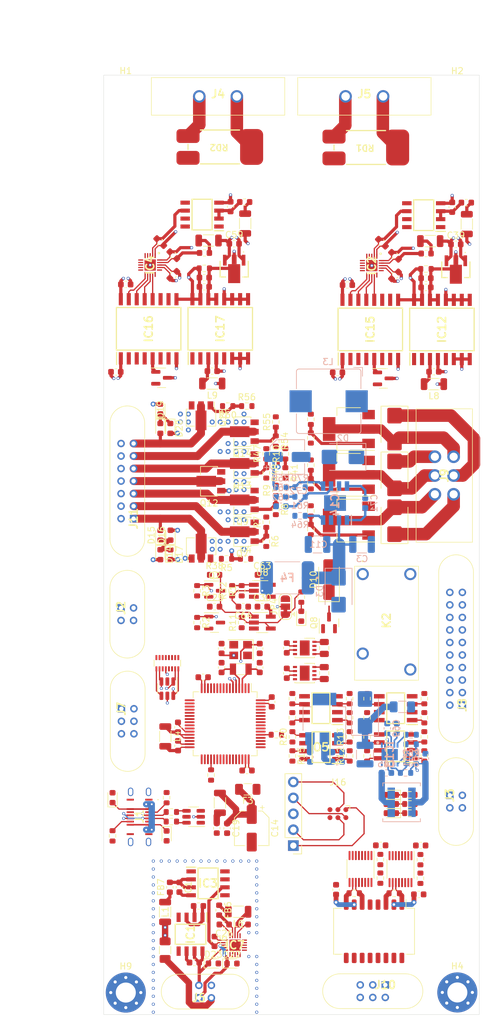
<source format=kicad_pcb>
(kicad_pcb (version 20221018) (generator pcbnew)
  (layers (0 "F.Cu" jumper) (1 "In1.Cu" signal) (2 "In2.Cu" signal) (31 "B.Cu" signal) (34 "B.Paste" user) (35 "F.Paste" user) (36 "B.SilkS" user "B.Silkscreen") (37 "F.SilkS" user "F.Silkscreen") (38 "B.Mask" user) (39 "F.Mask" user) (44 "Edge.Cuts" user))
  (net 0 "")
  (net 1 "GND")
  (net 2 "+5V")
  (net 3 "+3V3")
  (net 4 "VBUS")
  (net 5 "+3.3VA")
  (net 6 "D+")
  (net 7 "NRST")
  (net 8 "Net-(C14-Pad1)")
  (net 9 "/Measurements/Isolated acu measurement/HV_+3.3V")
  (net 10 "Net-(IC9-VSS)")
  (net 11 "Net-(IC10-VSS)")
  (net 12 "CUR_SENS_REF")
  (net 13 "+BATT")
  (net 14 "/Measurements/Isolated car measurement/HV_+3.3V")
  (net 15 "VDD")
  (net 16 "AMS_FAULT_COCKPIT")
  (net 17 "AMS_SAFETY_2")
  (net 18 "AMS_SAFETY_1")
  (net 19 "EXT_RESET")
  (net 20 "SWCLK")
  (net 21 "SWDIO")
  (net 22 "Net-(FB2-Pad1)")
  (net 23 "/Safeties and related/AMS_FAULT")
  (net 24 "/MCU_D-")
  (net 25 "/MCU_D+")
  (net 26 "Net-(FB3-Pad1)")
  (net 27 "Net-(C28-Pad1)")
  (net 28 "Net-(C29-Pad1)")
  (net 29 "Net-(D2-K)")
  (net 30 "Net-(O1-Pad1)")
  (net 31 "/Measurements/Isolated acu measurement/HV_MES+")
  (net 32 "Net-(O1-Pad3)")
  (net 33 "Net-(O2-Pad1)")
  (net 34 "Net-(O2-Pad3)")
  (net 35 "Net-(D9-A)")
  (net 38 "Net-(IC2-AVDD)")
  (net 39 "/~{MES_ACU_CS}")
  (net 42 "Net-(IC4-AVDD)")
  (net 44 "D-")
  (net 45 "/Measurements/Isolated car measurement/HV_MES+")
  (net 47 "/RTC_CLK_IN")
  (net 48 "/RTC_CLK_OUT")
  (net 49 "/CLK_IN")
  (net 50 "/CLK_OUT")
  (net 51 "/CARD_DETECT")
  (net 52 "/SIGNAL_AIR_P")
  (net 53 "/SIGNAL_AIR_M")
  (net 54 "/SIGNAL_AIR_PRE")
  (net 55 "/AMS_FAULT_MCU")
  (net 56 "/MCU_LED_1")
  (net 57 "/MCU_LED_2")
  (net 58 "/MCU_LED_3")
  (net 59 "/LTC_MISO")
  (net 60 "/LTC_MOSI")
  (net 61 "/LTC_SCK")
  (net 62 "/LTC_1_~{CS}")
  (net 63 "/LTC_2_~{CS}")
  (net 64 "/~{MES_CAR_CS}")
  (net 66 "HV_ACU-")
  (net 67 "Net-(IC7-AVDD)")
  (net 68 "HV_CAR-")
  (net 69 "Net-(J1-CC1)")
  (net 70 "HV_CAR+")
  (net 71 "HV_ACU+")
  (net 73 "Net-(J1-CC2)")
  (net 74 "Net-(R49-Pad1)")
  (net 75 "Net-(R50-Pad2)")
  (net 77 "AIR_M-")
  (net 78 "AIR_PRE-")
  (net 79 "AIR_P-")
  (net 80 "/Measurements/3V_REF")
  (net 81 "/Measurements/Isolated acu measurement/3V_REF")
  (net 82 "/Measurements/Isolated car measurement/3V_REF")
  (net 83 "/~{SENS_CS}")
  (net 84 "/AIR_PRE_DETECT")
  (net 85 "/AIR_P_DETECT")
  (net 86 "/AIR_M_DETECT")
  (net 87 "IMD_SENSENSOR")
  (net 88 "/IMD_SENS_PWM")
  (net 89 "/Measurements/Isolated acu measurement/HV_SDO")
  (net 90 "/Measurements/Isolated acu measurement/HV_SDI")
  (net 91 "/Measurements/Isolated acu measurement/HV_SCK")
  (net 92 "/Measurements/Isolated acu measurement/HV_~{CS}")
  (net 93 "/Measurements/Isolated car measurement/HV_SDO")
  (net 94 "/Measurements/Isolated car measurement/HV_SDI")
  (net 95 "/Measurements/Isolated car measurement/HV_SCK")
  (net 96 "/Measurements/Isolated car measurement/HV_~{CS}")
  (net 97 "CUR_SENS_SIG")
  (net 98 "SAFETY_TSMS_IN")
  (net 99 "+12V")
  (net 100 "Net-(Q3-G)")
  (net 101 "Net-(Q5-G)")
  (net 102 "Net-(Q6-G)")
  (net 103 "Net-(U12-ICMP)")
  (net 104 "Net-(U12-IBIAS)")
  (net 105 "Net-(U13-ICMP)")
  (net 106 "Net-(U13-IBIAS)")
  (net 107 "CANFD1+")
  (net 108 "CANFD2+")
  (net 109 "CANFD1-")
  (net 110 "CANFD2-")
  (net 111 "/~{CARD_CS}")
  (net 112 "/CARD_SCK")
  (net 113 "/CARD_MISO")
  (net 114 "/CARD_MOSI")
  (net 115 "MISO")
  (net 116 "MOSI")
  (net 117 "/MCU_CANFD2_RX")
  (net 118 "/MCU_CANFD2_TX")
  (net 119 "/MCU_CANFD1_RX")
  (net 120 "/MCU_CANFD1_TX")
  (net 121 "SCK")
  (net 122 "~{EXT_CS_I}")
  (net 123 "~{EXT_CS_V}")
  (net 126 "CHARGER_DETECTION")
  (net 127 "/FAN_1_CTRL")
  (net 128 "/FAN_2_CTRL")
  (net 129 "/FAN_3_CTRL")
  (net 130 "/FAN_4_CTRL")
  (net 131 "/FAN_5_CTRL")
  (net 132 "/FAN_6_CTRL")
  (net 133 "/FAN_7_CTRL")
  (net 134 "Net-(F1-Pad2)")
  (net 135 "/CHARGER_DETECT")
  (net 136 "BOOT0")
  (net 137 "AIR_M_DETECTION")
  (net 138 "AIR_P_DETECTION")
  (net 139 "AIR_PRE_DETECTION")
  (net 140 "Net-(O3-Pad1)")
  (net 141 "Net-(O3-Pad3)")
  (net 142 "Net-(D5-K)")
  (net 143 "Net-(D6-K)")
  (net 144 "Net-(D7-K)")
  (net 145 "/SAFETY_DETECT")
  (net 146 "Net-(Q15-G)")
  (net 147 "/Connectors/~{EXT_CS_I}_C")
  (net 148 "/Connectors/MISO_C")
  (net 149 "/Connectors/MOSI_C")
  (net 150 "/Connectors/SCK_C")
  (net 151 "/Connectors/~{EXT_CS_V}_C")
  (net 152 "/Connectors/LTC_CHASSIS")
  (net 153 "/Connectors/LTC_1_OUT_I-")
  (net 154 "/Connectors/LTC_2_OUT_I+")
  (net 155 "/Connectors/LTC_1_OUT_I+")
  (net 156 "/Connectors/LTC_2_OUT_I-")
  (net 157 "LTC_2_I-")
  (net 158 "LTC_2_I+")
  (net 159 "LTC_1_I-")
  (net 160 "LTC_1_I+")
  (net 161 "/Measurements/Isolated acu measurement/HV_+5V")
  (net 162 "/Safeties and related/CAP_VOLT")
  (net 163 "/Measurements/Isolated car measurement/HV_+5V")
  (net 164 "/Safeties and related/IN_DELAY")
  (net 165 "/Safeties and related/EDGE_DETECT")
  (net 166 "Net-(JP4-C)")
  (net 167 "/Safeties and related/AMS_FAULT_LED")
  (net 168 "Net-(IC12-EN)")
  (net 169 "Net-(IC17-EN)")
  (net 170 "Net-(FB1-Pad1)")
  (net 172 "Net-(D3-K)")
  (net 173 "Net-(C61-Pad1)")
  (net 174 "Net-(IC14-COMP)")
  (net 175 "Net-(IC13-BST)")
  (net 176 "Net-(IC13-LX)")
  (net 177 "Net-(IC13-EXTVCC)")
  (net 178 "Net-(IC13-VCC)")
  (net 179 "Net-(IC13-SS)")
  (net 180 "Net-(D11-K)")
  (net 181 "Net-(IC14-BOOT)")
  (net 182 "Net-(D10-K)")
  (net 183 "Net-(IC13-RT{slash}SYNC)")
  (net 184 "Net-(IC13-FB)")
  (net 186 "Net-(IC14-RT{slash}SYNC)")
  (net 187 "Net-(IC14-FB)")
  (net 188 "Net-(IC15-OUTD)")
  (net 193 "Net-(IC16-OUTD)")
  (net 198 "/BOOT")
  (net 199 "Net-(Q1-G)")
  (net 200 "FAN1-")
  (net 201 "Net-(Q7-G)")
  (net 202 "FAN2-")
  (net 203 "Net-(Q9-G)")
  (net 204 "FAN3-")
  (net 205 "Net-(Q12-G)")
  (net 206 "FAN4-")
  (net 207 "Net-(Q13-G)")
  (net 208 "FAN5-")
  (net 209 "Net-(Q14-G)")
  (net 210 "FAN6-")
  (net 211 "FAN7-")
  (net 212 "/Fan drivers/FAN1_CTRL")
  (net 213 "/Fan drivers/FAN2_CTRL")
  (net 214 "/Fan drivers/FAN3_CTRL")
  (net 215 "/Fan drivers/FAN4_CTRL")
  (net 216 "/Fan drivers/FAN5_CTRL")
  (net 217 "/Fan drivers/FAN6_CTRL")
  (net 218 "/Fan drivers/FAN7_CTRL")
  (net 219 "Net-(FB4-Pad1)")
  (net 220 "Net-(FB5-Pad1)")
  (net 224 "Net-(IC3-VSS)")
  (net 225 "Net-(FB6-Pad1)")
  (net 226 "Net-(FB7-Pad1)")
  (net 228 "Net-(O5-Pad1)")
  (net 229 "Net-(O5-Pad3)")
  (footprint "Capacitor_SMD:C_0603_1608Metric" (layer "F.Cu") (at 128.724734 168.338732)
    (fp_text reference "C4" hide)
    (fp_text value "100nF" hide)
  )
  (footprint "Capacitor_SMD:C_0603_1608Metric" (layer "F.Cu") (at 121.579348 165.388172 180)
    (fp_text reference "C2" hide)
    (fp_text value "100nF" hide)
  )
  (footprint "Capacitor_SMD:C_0603_1608Metric" (layer "F.Cu") (at 120.926313 174.414582)
    (fp_text reference "C5" hide)
    (fp_text value "1nF" hide)
  )
  (footprint "Capacitor_SMD:C_0603_1608Metric" (layer "F.Cu") (at 152.975492 64.696608 -135)
    (fp_text reference "C13" hide)
    (fp_text value "100nF" hide)
  )
  (footprint "Capacitor_SMD:C_0603_1608Metric" (layer "F.Cu") (at 143.795301 80.2014 180)
    (fp_text reference "C18" hide)
    (fp_text value "100nF" hide)
  )
  (footprint "Capacitor_SMD:C_0603_1608Metric" (layer "F.Cu") (at 150.8819 59.475 135)
    (fp_text reference "C20" hide)
    (fp_text value "100nF" hide)
  )
  (footprint "Resistor_SMD:R_0603_1608Metric" (layer "F.Cu") (at 116.4887 148.092 90)
    (fp_text reference "R18" hide)
    (fp_text value "5.1k" hide)
  )
  (footprint "Resistor_SMD:R_0603_1608Metric" (layer "F.Cu") (at 107.8527 154.188 -90)
    (fp_text reference "R19" hide)
    (fp_text value "5.1k" hide)
  )
  (footprint "Resistor_SMD:R_0603_1608Metric" (layer "F.Cu") (at 157.034675 157.988383 -90)
    (fp_text reference "R62" hide)
    (fp_text value "1K" hide)
  )
  (footprint "Package_SO:MSOP-16_3x4.039mm_P0.5mm" (layer "F.Cu") (at 147.461852 159.478383 -90)
    (fp_text reference "U13" hide)
    (fp_text value "LTC6820IMS" hide)
  )
  (footprint "Capacitor_SMD:C_0603_1608Metric" (layer "F.Cu") (at 157.079303 155.722852)
    (fp_text reference "C34" hide)
    (fp_text value "100nF" hide)
  )
  (footprint "Capacitor_SMD:C_0603_1608Metric" (layer "F.Cu") (at 156.766475 163.534)
    (fp_text reference "C28" hide)
    (fp_text value "27nF" hide)
  )
  (footprint "Capacitor_SMD:C_0603_1608Metric" (layer "F.Cu") (at 143.558475 162.772 90)
    (fp_text reference "C29" hide)
    (fp_text value "27nF" hide)
  )
  (footprint "Fuse:Fuse_1206_3216Metric" (layer "F.Cu") (at 116.249506 172.436732 -90)
    (fp_text reference "F1" hide)
    (fp_text value "0.5A" hide)
  )
  (footprint "Connector_PinHeader_2.54mm:PinHeader_1x05_P2.54mm_Vertical" (layer "F.Cu") (at 136.7327 155.745 180)
    (fp_text reference "J14" hide)
    (fp_text value "Conn_01x05" hide)
  )
  (footprint "Package_TO_SOT_SMD:SOT-223-3_TabPin2" (layer "F.Cu") (at 145.6033 89.2236 180)
    (fp_text reference "Q3" hide)
    (fp_text value "Q_NMOS_GDS" hide)
  )
  (footprint "Resistor_SMD:R_0603_1608Metric" (layer "F.Cu") (at 139.5287 94.9894 90)
    (fp_text reference "R43" hide)
    (fp_text value "100" hide)
  )
  (footprint "Resistor_SMD:R_0603_1608Metric" (layer "F.Cu") (at 152.844252 163.351583)
    (fp_text reference "R53" hide)
    (fp_text value "120" hide)
  )
  (footprint "Transformer_SMD:Transformer_Pulse_H1100NL" (layer "F.Cu") (at 149.626852 169.423383 -90)
    (fp_text reference "T1" hide)
    (fp_text value "HX1188NL" hide)
  )
  (footprint "Capacitor_SMD:C_0603_1608Metric" (layer "F.Cu") (at 162.1087 53.8108 90)
    (fp_text reference "C9" hide)
    (fp_text value "100nF" hide)
  )
  (footprint "Capacitor_SMD:C_0603_1608Metric" (layer "F.Cu") (at 145.370101 66.2314)
    (fp_text reference "C17" hide)
    (fp_text value "100nF" hide)
  )
  (footprint "Resistor_SMD:R_0603_1608Metric" (layer "F.Cu") (at 139.5287 105.2764 90)
    (fp_text reference "R39" hide)
    (fp_text value "10k" hide)
  )
  (footprint "Resistor_SMD:R_0603_1608Metric" (layer "F.Cu") (at 157.034675 160.958383 -90)
    (fp_text reference "R57" hide)
    (fp_text value "1K" hide)
  )
  (footprint "Capacitor_SMD:C_0603_1608Metric" (layer "F.Cu") (at 150.689303 155.702852)
    (fp_text reference "C35" hide)
    (fp_text value "100nF" hide)
  )
  (footprint "Capacitor_SMD:C_0603_1608Metric" (layer "F.Cu") (at 152.975492 61.568592 135)
    (fp_text reference "C7" hide)
    (fp_text value "100nF" hide)
  )
  (footprint "Inductor_SMD:L_0603_1608Metric" (layer "F.Cu") (at 124.4997 152.9545 -90)
    (fp_text reference "FB1" hide)
    (fp_text value "~" hide)
  )
  (footprint "Resistor_SMD:R_0603_1608Metric" (layer "F.Cu") (at 150.634675 160.938383 -90)
    (fp_text reference "R58" hide)
    (fp_text value "1K" hide)
  )
  (footprint "Resistor_SMD:R_0603_1608Metric" (layer "F.Cu") (at 150.634675 157.968383 -90)
    (fp_text reference "R63" hide)
    (fp_text value "1K" hide)
  )
  (footprint "Resistor_SMD:R_0603_1608Metric" (layer "F.Cu") (at 155.3507 150.56 180)
    (fp_text reference "R69" hide)
    (fp_text value "1k" hide)
  )
  (footprint "Resistor_SMD:R_0603_1608Metric" (layer "F.Cu") (at 155.3507 147.64 180)
    (fp_text reference "R72" hide)
    (fp_text value "1k" hide)
  )
  (footprint "LED_SMD:LED_0603_1608Metric" (layer "F.Cu") (at 152.381866 147.642 180)
    (fp_text reference "D7" hide)
    (fp_text value "LED_Small_ALT" hide)
  )
  (footprint "LED_SMD:LED_0603_1608Metric" (layer "F.Cu") (at 152.3807 149.1 180)
    (fp_text reference "D6" hide)
    (fp_text value "LED_Small_ALT" hide)
  )
  (footprint "LED_SMD:LED_0603_1608Metric" (layer "F.Cu") (at 152.38945 150.56 180)
    (fp_text reference "D5" hide)
    (fp_text value "LED_Small_ALT" hide)
  )
  (footprint "Resistor_SMD:R_0603_1608Metric" (layer "F.Cu") (at 155.3507 149.1 180)
    (fp_text reference "R71" hide)
    (fp_text value "1k" hide)
  )
  (footprint "ISO6763FDWR:SOIC127P1030X265-16N" (layer "F.Cu") (at 113.6199 73.223974 90)
    (fp_text reference "IC16")
    (fp_text value "ISO6763FDWR" hide)
  )
  (footprint "Resistor_SMD:R_0603_1608Metric" (layer "F.Cu") (at 145.7197 132.281 90)
    (fp_text reference "R44" hide)
    (fp_text value "3.3k" hide)
  )
  (footprint "Resistor_SMD:R_0603_1608Metric" (layer "F.Cu") (at 148.5137 132.281 90)
    (fp_text reference "R33" hide)
    (fp_text value "10k" hide)
  )
  (footprint "Resistor_SMD:R_0603_1608Metric" (layer "F.Cu") (at 157.6577 138.377 90)
    (fp_text reference "R27" hide)
    (fp_text value "3.3k" hide)
  )
  (footprint "Diode_SMD:D_0603_1608Metric" (layer "F.Cu") (at 115.4907 109.29 -90)
    (fp_text reference "D14")
    (fp_text value "D_Schottky_Small")
  )
  (footprint "Capacitor_SMD:C_0603_1608Metric" (layer "F.Cu") (at 135.6857 128.225 90)
    (fp_text reference "C57" hide)
    (fp_text value "100nF" hide)
  )
  (footprint "M300-MV30645M1:M300MV30645M1" (layer "F.Cu") (at 162.3407 99.65 -90)
    (fp_text reference "J9")
    (fp_text value "M300-MV30645M1" hide)
  )
  (footprint "Package_TO_SOT_SMD:SOT-23-5_HandSoldering" (layer "F.Cu") (at 131.7807 115.05)
    (fp_text reference "U8")
    (fp_text value "74LVC1G86")
  )
  (footprint "MCP3561T-E_NC:QFN40P300X300X60-21N-D" (layer "F.Cu") (at 149.269 63.1326 -90)
    (fp_text reference "IC2")
    (fp_text value "MCP3561T-E_NC" hide)
  )
  (footprint "Samacsys:M80-51020YY" (layer "F.Cu") (at 163.7307 133.31 90)
    (fp_text reference "J8")
    (fp_text value "M80-5102022" hide)
  )
  (footprint "Resistor_SMD:R_Array_Convex_8x0602" (layer "F.Cu") (at 116.6107 126.6185 -90)
    (fp_text reference "RN2" hide)
    (fp_text value "33" hide)
  )
  (footprint "Capacitor_SMD:C_0603_1608Metric" (layer "F.Cu") (at 118.315191 139.792953 90)
    (fp_text reference "C51" hide)
    (fp_text value "100nF" hide)
  )
  (footprint "Resistor_SMD:R_0603_1608Metric" (layer "F.Cu") (at 139.5287 87.6742 90)
    (fp_text reference "R22" hide)
    (fp_text value "100" hide)
  )
  (footprint "Resistor_SMD:R_0603_1608Metric" (layer "F.Cu") (at 135.4577 96.231 -90)
    (fp_text reference "R41")
    (fp_text value "10K")
  )
  (footprint "Resistor_SMD:R_0603_1608Metric" (layer "F.Cu") (at 148.5137 135.329 90)
    (fp_text reference "R31" hide)
    (fp_text value "10k" hide)
  )
  (footprint "Crystal:Crystal_SMD_3225-4Pin_3.2x2.5mm" (layer "F.Cu") (at 128.3167 124.519 180)
    (fp_text reference "Y1" hide)
    (fp_text value "20MHz" hide)
  )
  (footprint "Inductor_SMD:L_0603_1608Metric" (layer "F.Cu") (at 117.011506 162.395068 90)
    (fp_text reference "FB7")
    (fp_text value "ferrite_baud")
  )
  (footprint "Capacitor_SMD:CP_Elec_5x4.5" (layer "F.Cu") (at 130.0877 152.98 -90)
    (fp_text reference "C14")
    (fp_text value "100uF/12V")
  )
  (footprint "MountingHole:MountingHole_3.2mm_M3_Pad_Via" (layer "F.Cu") (at 162.9307 179.19)
    (fp_text reference "H4")
    (fp_text value "M3")
  )
  (footprint "MCP3561T-E_NC:QFN40P300X300X60-21N-D" (layer "F.Cu") (at 127.421238 171.640732)
    (fp_text reference "IC7")
    (fp_text value "MCP3562T-E_NC" hide)
  )
  (footprint "Capacitor_SMD:C_0805_2012Metric" (layer "F.Cu") (at 141.6732 124.185 -90)
    (fp_text reference "C10" hide)
    (fp_text value "100nF" hide)
  )
  (footprint "Package_TO_SOT_SMD:SOT-89-3" (layer "F.Cu") (at 123.2657 97.565 180)
    (fp_text reference "Q12")
    (fp_text value "2SK3065")
  )
  (footprint "Inductor_SMD:L_1206_3216Metric" (layer "F.Cu") (at 116.249506 166.340732 90)
    (fp_text reference "L1")
    (fp_text value "6.8uH")
  )
  (footprint "CDMM:CDMM" (layer "F.Cu") (at 153.3921 44.337499 180)
    (fp_text reference "RD1")
    (fp_text value "~")
  )
  (footprint "Capacitor_SMD:C_0603_1608Metric" (layer "F.Cu") (at 129.3407 143.75 180)
    (fp_text reference "C54" hide)
    (fp_text value "100nF" hide)
  )
  (footprint "Package_TO_SOT_SMD:SOT-89-3" (layer "F.Cu") (at 128.5997 94.731 180)
    (fp_text reference "Q13")
    (fp_text value "2SK3065")
  )
  (footprint "Resistor_SMD:R_0603_1608Metric" (layer "F.Cu") (at 133.9337 88.103 90)
    (fp_text reference "R55")
    (fp_text value "10K")
  )
  (footprint "Diode_SMD:D_SMB" (layer "F.Cu") (at 152.8933 89.2336 -90)
    (fp_text reference "D4" hide)
    (fp_text value "D_Small" hide)
  )
  (footprint "Package_TO_SOT_SMD:SOT-223-3_TabPin2" (layer "F.Cu") (at 145.6033 103.854 180)
    (fp_text reference "Q5" hide)
    (fp_text value "Q_NMOS_GDS" hide)
  )
  (footprint "Opto 2 ch:SOIC127P600X175-8N" (layer "F.Cu") (at 153.0857 133.805 180)
    (fp_text reference "O1" hide)
    (fp_text value "FOD8802DR2_IMG" hide)
  )
  (footprint "Resistor_SMD:R_0603_1608Metric" (layer "F.Cu") (at 146.457852 163.344383)
    (fp_text reference "R37" hide)
    (fp_text value "120" hide)
  )
  (footprint "Capacitor_SMD:C_0603_1608Metric" (layer "F.Cu") (at 117.567692 61.474566 135)
    (fp_text reference "C22" hide)
    (fp_text value "100nF" hide)
  )
  (footprint "Package_TO_SOT_SMD:SOT-89-3" (layer "F.Cu") (at 128.5997 89.651 180)
    (fp_text reference "Q14")
    (fp_text value "2SK3065")
  )
  (footprint "Resistor_SMD:R_0603_1608Metric" (layer "F.Cu") (at 148.5137 138.377 90)
    (fp_text reference "R35" hide)
    (fp_text value "10k" hide)
  )
  (footprint "Fuse:Fuse_1206_3216Metric" (layer "F.Cu") (at 129.4527 146.757 180)
    (fp_text reference "F3")
    (fp_text value "1A")
  )
  (footprint "Inductor_SMD:L_0603_1608Metric" (layer "F.Cu") (at 157.9431 61.2022 180)
    (fp_text reference "FB4" hide)
    (fp_text value "ferrite_baud")
  )
  (footprint "Resistor_SMD:R_0603_1608Metric" (layer "F.Cu") (at 121.3667 115.05 -90)
    (fp_text reference "R3")
    (fp_text value "10k")
  )
  (footprint "Capacitor_SMD:C_0603_1608Metric" (layer "F.Cu") (at 128.7457 117.59 180)
    (fp_text reference "C64")
    (fp_text value "100nF")
  )
  (footprint "Capacitor_SMD:C_0603_1608Metric" (layer "F.Cu") (at 162.6929 59.729)
    (fp_text reference "C39")
    (fp_text value "100nF")
  )
  (footprint "Resistor_SMD:R_0603_1608Metric" (layer "F.Cu") (at 138.0037 116.066 -90)
    (fp_text reference "R77" hide)
    (fp_text value "1k" hide)
  )
  (footprint "Opto 2 ch:SOIC127P600X175-8N" (layer "F.Cu") (at 141.1477 133.805 180)
    (fp_text reference "O2" hide)
    (fp_text value "FOD8802DR2_IMG" hide)
  )
  (footprint "Capacitor_SMD:C_0603_1608Metric" (layer "F.Cu") (at 159.1877 80.0744)
    (fp_text reference "C36" hide)
    (fp_text value "4.7uF" hide)
  )
  (footprint "M300-MV10345M1:M300MV10345M1" (layer "F.Cu") (at 121.7107 36.11435 180)
    (fp_text reference "J4")
    (fp_text value "M300-MV10345M1" hide)
  )
  (footprint "6-1419128-4:614191284" (layer "F.Cu") (at 147.8207 112.385 -90)
    (fp_text reference "K2")
    (fp_text value "6-1419128-4" hide)
  )
  (footprint "Diode_SMD:D_SMB" (layer "F.Cu") (at 152.8933 96.5488 -90)
    (fp_text reference "D13" hide)
    (fp_text value "D_Small" hide)
  )
  (footprint "MountingHole:MountingHole_3.2mm_M3" (layer "F.Cu") (at 162.9207 36.25)
    (fp_text reference "H2")
    (fp_text value "M3")
  )
  (footprint "Capacitor_SMD:C_0603_1608Metric" (layer "F.Cu") (at 126.7009 53.716774 90)
    (fp_text reference "C46" hide)
    (fp_text value "100nF" hide)
  )
  (footprint "Inductor_SMD:L_1206_3216Metric" (layer "F.Cu") (at 116.282895 138.306886 -90)
    (fp_text reference "L4")
    (fp_text value "6.8uH")
  )
  (footprint "Resistor_SMD:R_0603_1608Metric" (layer "F.Cu") (at 136.5862 141.426 -90)
    (fp_text reference "R15")
    (fp_text value "10k")
  )
  (footprint "Samacsys:M80-51006YY" (layer "F.Cu") (at 151.421852 177.988383 180)
    (fp_text reference "J10")
    (fp_text value "M80-5100622" hide)
  )
  (footprint "Diode_SMD:D_0603_1608Metric" (layer "F.Cu") (at 117.1157 109.29 -90)
    (fp_text reference "D17")
    (fp_text value "D_Schottky_Small")
  )
  (footprint "Capacitor_SMD:C_0603_1608Metric" (layer "F.Cu") (at 122.5099 65.045174)
    (fp_text reference "C58" hide)
    (fp_text value "100nF" hide)
  )
  (footprint "Resistor_SMD:R_0603_1608Metric" (layer "F.Cu") (at 157.6577 135.329 90)
    (fp_text reference "R14" hide)
    (fp_text value "3.3k" hide)
  )
  (footprint "MCP1501-10E_SN:SOIC127P600X175-8N" (layer "F.Cu") (at 120.313506 169.896732 -90)
    (fp_text reference "IC1")
    (fp_text value "MCP1501-10E_SN" hide)
  )
  (footprint "Capacitor_SMD:C_0603_1608Metric" (layer "F.Cu") (at 125.689734 168.338732 180)
    (fp_text reference "C26")
    (fp_text value "100nF")
  )
  (footprint "Capacitor_SMD:C_0603_1608Metric" (layer "F.Cu") (at 133.2807 132.8 -90)
    (fp_text reference "C50" hide)
    (fp_text value "100nF" hide)
  )
  (footprint "Capacitor_SMD:C_0603_1608Metric" (layer "F.Cu") (at 124.1607 117.59)
    (fp_text reference "C25")
    (fp_text value "100nF")
  )
  (footprint "Resistor_SMD:R_0603_1608Metric" (layer "F.Cu") (at 133.9337 102.073 -90)
    (fp_text reference "R8")
    (fp_text value "100")
  )
  (footprint "Package_TO_SOT_SMD:SOT-89-3" (layer "F.Cu") (at 128.5997 105.629 180)
    (fp_text reference "Q7")
    (fp_text value "2SK3065")
  )
  (footprint "Package_DFN_QFN:DFN-8-1EP_3x3mm_P0.65mm_EP1.55x2.4mm" (layer "F.Cu") (at 138.5507 124.185)
    (fp_text reference "U6" hide)
    (fp_text value "MCP2542FDxMF" hide)
  )
  (footprint "Samacsys:M80-51014YY" (layer "F.Cu") (at 111.2157 103.54 90)
    (fp_text reference "J11")
    (fp_text value "M80-5101422" hide)
  )
  (footprint "Capacitor_SMD:C_0603_1608Metric" (layer "F.Cu") (at 126.1507 152.98 -90)
    (fp_text reference "C19")
    (fp_text value "100nF")
  )
  (footprint "Inductor_SMD:L_0603_1608Metric" (layer "F.Cu") (at 128.9615 52.980174 180)
    (fp_text reference "FB3" hide)
    (fp_text value "ferrite_baud")
  )
  (footprint "Resistor_SMD:R_0603_1608Metric" (layer "F.Cu") (at 128.4787 120.13 90)
    (fp_text reference "R11")
    (fp_text value "10k")
  )
  (footprint "Crystal:Crystal_SMD_3215-2Pin_3.2x1.5mm" (layer "F.Cu") (at 128.3367 127.567 180)
    (fp_text reference "Y2" hide)
    (fp_text value "32.768kHz" hide)
  )
  (footprint "Capacitor_SMD:C_0603_1608Metric" (layer "F.Cu") (at 122.5099 66.518374 180)
    (fp_text reference "C56" hide)
    (fp_text value "10uF" hide)
  )
  (footprint "Samacsys:M80-51004YY" (layer "F.Cu") (at 161.7307 147.71 -90)
    (fp_text reference "J3")
    (fp_text value "M80-5100442" hide)
  )
  (footprint "Opto 2 ch:SOIC127P600X175-8N" (layer "F.Cu") (at 141.1582 140.029 180)
    (fp_text reference "O5")
    (fp_text value "FOD8802DR2_IMG" hide)
  )
  (footprint "Resistor_SMD:R_0603_1608Metric" (layer "F.Cu") (at 145.7302 141.426 90)
    (fp_text reference "R12")
    (fp_text value "3.3k")
  )
  (footprint "Capacitor_SMD:C_0603_1608Metric" (layer "F.Cu") (at 109.9623 66.137374)
    (fp_text reference "C31" hide)
    (fp_text value "100nF" hide)
  )
  (footprint "Capacitor_SMD:C_0603_1608Metric" (layer "F.Cu") (at 135.6832 124.185 90)
    (fp_text reference "C60" hide)
    (fp_text value "100nF" hide)
  )
  (footprint "AP7365-33YRG-13:AP736533YRG13" (layer "F.Cu") (at 162.6929 63.793 180)
    (fp_text reference "IC6" hide)
    (fp_text value "AP7365-33YRG-13" hide)
  )
  (footprint "Diode_SMD:D_SMB" (layer "F.Cu") (at 152.8933 103.864 90)
    (fp_text reference "D12" hide)
    (fp_text value "D_Small" hide)
  )
  (footprint "Resistor_SMD:R_0603_1608Metric" (layer "F.Cu") (at 129.2987 85.563)
    (fp_text reference "R56")
    (fp_text value "100")
  )
  (footprint "Capacitor_SMD:C_0603_1608Metric" (layer "F.Cu") (at 157.9177 65.1392)
    (fp_text reference "C38" hide)
    (fp_text value "100nF" hide)
  )
  (footprint "Resistor_SMD:R_0603_1608Metric" (layer "F.Cu") (at 136.5757 135.329 90)
    (fp_text reference "R67" hide)
    (fp_text value "10k" hide)
  )
  (footprint "Resistor_SMD:R_0603_1608Metric" (layer "F.Cu") (at 139.5287 90.646 90)
    (fp_text reference "R28" hide)
    (fp_text value "10k" hide)
  )
  (footprint "Samacsys:SOIC127P1030X265-16N" (layer "F.Cu") (at 160.4647 73.327 90)
    (fp_text reference "IC12")
    (fp_text value "UCC12040DVE" hide)
  )
  (footprint "Samacsys:M80-51006YY" (layer "F.Cu") (at 109.2707 133.89 -90)
    (fp_text reference "J7")
    (fp_text value "M80-5100622" hide)
  )
  (footprint "Resistor_SMD:R_0603_1608Metric" (layer "F.Cu") (at 135.4577 93.183 90)
    (fp_text reference "R10")
    (fp_text value "100")
  )
  (footprint "MountingHole:MountingHole_3.2mm_M3" (layer "F.Cu") (at 109.9607 36.23)
    (fp_text reference "H1")
    (fp_text value "M3")
  )
  (footprint "Package_TO_SOT_SMD:SOT-23" (layer "F.Cu") (at 124.1607 120.13)
    (fp_text reference "Q4" hide)
    (fp_text value "2N7002" hide)
  )
  (footprint "Resistor_SMD:R_0603_1608Metric" (layer "F.Cu") (at 128.4787 115.05 90)
    (fp_text reference "R1")
    (fp_text value "10k")
  )
  (footprint "Resistor_SMD:R_0603_1608Metric" (layer "F.Cu") (at 132.4097 104.105 90)
    (fp_text reference "R7")
    (fp_text value "10K")
  )
  (footprint "Package_TO_SOT_SMD:SOT-23" (layer "F.Cu") (at 115.7027 81.047174)
    (fp_text reference "Q11" hide)
    (fp_text value "Q_NMOS_GSD" hide)
  )
  (footprint "Capacitor_SMD:C_0805_2012Metric" (layer "F.Cu") (at 141.6657 128.195 -90)
    (fp_text reference "C21" hide)
    (fp_text value "100nF" hide)
  )
  (footprint "Resistor_SMD:R_0603_1608Metric" (layer "F.Cu") (at 126.2507 85.563 180)
    (fp_text reference "R60")
    (fp_text value "10K")
  )
  (footprint "Resistor_SMD:R_0603_1608Metric" (layer "F.Cu") (at 124.1607 112.51)
    (fp_text reference "R38")
    (fp_text value "1M")
  )
  (footprint "Inductor_SMD:L_1206_3216Metric" (layer "F.Cu") (at 125.0077 148.916 90)
    (fp_text reference "L5" hide)
    (fp_text value "6.8uH")
  )
  (footprint "Diode_SMD:D_0603_1608Metric" (layer "F.Cu") (at 117.1157 106.1775 90)
    (fp_text reference "D16")
    (fp_text value "D_Schottky_Small")
  )
  (footprint "Resistor_SMD:R_0603_1608Metric" (layer "F.Cu") (at 136.5862 138.378 90)
    (fp_text reference "R20")
    (fp_text value "10k")
  )
  (footprint "Capacitor_SMD:C_0603_1608Metric" (layer "F.Cu") (at 131.3647 127.313 -90)
    (fp_text reference "C40" hide)
    (fp_text value "22pF" hide)
  )
  (footprint "Inductor_SMD:L_1206_3216Metric" (layer "F.Cu") (at 123.1957 59.126974 180)
    (fp_text reference "L12" hide)
    (fp_text value "6.8uH")
  )
  (footprint "LED_SMD:LED_0603_1608Metric" (layer "F.Cu") (at 138.0037 119.114 90)
    (fp_text reference "D9" hide)
    (fp_text value "LED_Small_ALT" hide)
  )
  (footprint "ISO6763FDWR:SOIC127P1030X265-16N" (layer "F.Cu") (at 149.027701 73.318 90)
    (fp_text reference "IC15")
    (fp_text value "ISO6763FDWR" hide)
  )
  (footprint "Capacitor_SMD:C_0603_1608Metric" (layer "F.Cu") (at 115.4741 59.380974 135)
    (fp_text reference "C47" hide)
    (fp_text value "100nF" hide)
  )
  (footprint "Resistor_SMD:R_0603_1608Metric" (layer "F.Cu") (at 117.2507 150.378 180)
    (fp_text reference "R49" hide)
    (fp_text value "33" hide)
  )
  (footprint "Connector:Tag-Connect_TC2030-IDC-FP_2x03_P1.27mm_Vertical" (layer "F.Cu") (at 143.8557 150.64 180)
    (fp_text reference "J16")
    (fp_text value "TagConnect")
  )
  (footprint "Diode_SMD:D_0603_1608Metric" (layer "F.Cu") (at 123.960506 174.56)
    (fp_text reference "D23")
    (fp_text value "D_Zener_Small")
  )
  (footprint "Samacsys:USB4145030070C" (layer "F.Cu") (at 112.1707 151.16 -90)
    (fp_text reference "J1")
    (fp_text value "USB4145-03-0070-C" hide)
  )
  (footprint "Package_TO_SOT_SMD:SOT-89-3" (layer "F.Cu") (at 128.5997 100.549 180)
    (fp_text reference "Q9")
    (fp_text value "2SK3065")
  )
  (footprint "Capacitor_SMD:C_0603_1608Metric" (layer "F.Cu") (at 117.567692 64.602582 -135)
    (fp_text reference "C23" hide)
    (fp_text value "100nF" hide)
  )
  (footprint "Inductor_SMD:L_1206_3216Metric" (layer "F.Cu") (at 158.6035 59.221 180)
    (fp_text reference "L10" hide)
    (fp_text value "6.8uH")
  )
  (footprint "MCP1501-10E_SN:SOIC127P600X175-8N" (layer "F.Cu") (at 157.5621 55.0808 180)
    (fp_text reference "IC9" hide)
    (fp_text value "REF193GSZ-REEL" hide)
  )
  (footprint "Capacitor_SMD:C_0603_1608Metric" (layer "F.Cu") (at 124.145238 171.044 -90)
    (fp_text reference "C6")
    (fp_text value "100nF")
  )
  (footprint "Resistor_SMD:R_0603_1608Metric" (layer "F.Cu") (at 148.5137 141.425 90)
    (fp_text reference "R29" hide)
    (fp_text value "10k" hide)
  )
  (footprint "CDMM:CDMM" (layer "F.Cu") (at 130.0701 44.24845 180)
    (fp_text reference "RD2")
    (fp_text value "~")
  )
  (footprint "Resistor_SMD:R_0603_1608Metric" (layer "F.Cu") (at 145.7197 135.329 90)
    (fp_text reference "R40" hide)
    (fp_text value "3.3k" hide)
  )
  (footprint "Inductor_SMD:L_1206_3216Metric" (layer "F.Cu") (at 164.4455 56.503199 90)
    (fp_text reference "L2" hide)
    (fp_text value "6.8uH")
  )
  (footprint "AP7365-33YRG-13:AP736533YRG13" (layer "F.Cu") (at 127.2851 63.698974 180)
    (fp_text reference "IC11" hide)
    (fp_text value "AP7365-33YRG-13" hide)
  )
  (footprint "Jumper:SolderJumper-3_P1.3mm_Bridged12_RoundedPad1.0x1.5mm" (layer "F.Cu") (at 135.4637 117.59 90)
    (fp_text reference "JP4")
    (fp_text value "Cockpit")
  )
  (footprint "Resistor_SMD:R_0603_1608Metric" (layer "F.Cu") (at 123.5907 144.47 -90)
    (fp_text reference "R42" hide)
    (fp_text value "1k" hide)
  )
  (footprint "MCP1501-10E_SN:SOIC127P600X175-8N" (layer "F.Cu") (at 122.1543 54.986774 180)
    (fp_text reference "IC10" hide)
    (fp_text value "REF193GSZ-REEL" hide)
  )
  (footprint "Resistor_SMD:R_0603_1608Metric" (layer "F.Cu") (at 139.5287 102.3046 90)
    (fp_text reference "R30" hide)
    (fp_text value "100" hide)
  )
  (footprint "Resistor_SMD:R_0603_1608Metric" (layer "F.Cu") (at 129.1077 109.947)
    (fp_text reference "R4")
    (fp_text value "100")
  )
  (footprint "Package_TO_SOT_SMD:SOT-23-6" (layer "F.Cu") (at 120.8067 151.14 180)
    (fp_text reference "U4" hide)
    (fp_text value "USBLC6-2SC6" hide)
  )
  (footprint "Package_SO:MSOP-16_3x4.039mm_P0.5mm" (layer "F.Cu") (at 153.851852 159.498383 -90)
    (fp_text reference "U12" hide)
    (fp_text value "LTC6820IMS" hide)
  )
  (footprint "Diode_SMD:D_0603_1608Metric" (layer "F.Cu") (at 117.0907 89.1275 -90)
    (fp_text reference "D20")
    (fp_text value "D_Schottky_Small")
  )
  (footprint "Resistor_SMD:R_0603_1608Metric" (layer "F.Cu") (at 117.2507 151.902)
    (fp_text reference "R50" hide)
    (fp_text value "33" hide)
  )
  (footprint "Capacitor_SMD:C_0603_1608Metric" (layer "F.Cu") (at 122.3307 128.86)
    (fp_text reference "C52" hide)
    (fp_text value "100nF" hide)
  )
  (footprint "Resistor_SMD:R_0603_1608Metric" (layer "F.Cu") (at 126.0597 109.947 180)
    (fp_text reference "R5")
    (fp_text value "10K")
  )
  (footprint "Package_TO_SOT_SMD:SOT-23-5_HandSoldering" (layer "F.Cu") (at 131.7807 120.13)
    (fp_text reference "U14" hide)
    (fp_text value "74AUP1G32" hide)
  )
  (footprint "Resistor_SMD:R_0603_1608Metric" (layer "F.Cu") (at 157.6577 141.425 90)
    (fp_text reference "R24" hide)
    (fp_text value "3.3k" hide)
  )
  (footprint "Diode_SMD:D_0603_1608Metric" (layer "F.Cu") (at 115.4907 86.0275 90)
    (fp_text reference "D19")
    (fp_text value "D_Schottky_Small")
  )
  (footprint "Capacitor_SMD:C_0603_1608Metric" (layer "F.Cu") (at 118.3037 136.838 90)
    (fp_text reference "C55" hide)
    (fp_text value "10uF" hide)
  )
  (footprint "Resistor_SMD:R_0603_1608Metric" (layer "F.Cu") (at 132.4097 107.153 -90)
    (fp_text reference "R6")
    (fp_text value "100")
  )
  (footprint "Resistor_SMD:R_0603_1608Metric" (layer "F.Cu") (at 139.5287 97.9612 90)
    (fp_text reference "R46" hide)
    (fp_text value "10k" hide)
  )
  (footprint "Capacitor_SMD:C_0603_1608Metric" (layer "F.Cu") (at 157.9177 66.6124 180)
    (fp_text reference "C37" hide)
    (fp_text value "10uF" hide)
  )
  (footprint "Capacitor_SMD:C_0603_1608Metric" (layer "F.Cu") (at 131.3647 124.265 -90)
    (fp_text reference "C44" hide)
    (fp_text value "22pF" hide)
  )
  (footprint "MCP1501-10E_SN:SOIC127P600X175-8N" (layer "F.Cu") (at 123.107506 161.768732)
    (fp_text reference "IC3")
    (fp_text value "REF193GSZ-REEL" hide)
  )
  (footprint "Diode_SMD:D_0603_1608Metric" (layer "F.Cu") (at 126.930506 174.57)
    (fp_text reference "D22")
    (fp_text value "D_Zener_Small")
  )
  (footprint "Opto 2 ch:SOIC127P600X175-8N" (layer "F.Cu") (at 153.0857 139.901 180)
    (fp_text reference "O3" hide)
    (fp_text value "FOD8802DR2_IMG" hide)
  )
  (footprint "Resistor_SMD:R_0603_1608Metric" (layer "F.Cu") (at 134.0207 138.04)
    (fp_text reference "R34" hide)
    (fp_text value "1k" hide)
  )
  (footprint "Samacsys:M80-51004YY" (layer "F.Cu") (at 109.2107 117.79 -90)
    (fp_text reference "J2")
    (fp_text value "M80-5100442" hide)
  )
  (footprint "Package_TO_SOT_SMD:SOT-23" (layer "F.Cu") (at 151.1105 81.1412)
    (fp_text reference "Q10" hide)
    (fp_text value "Q_NMOS_GSD" hide)
  )
  (footprint "Capacitor_SMD:C_0603_1608Metric" (layer "F.Cu") (at 118.535506 162.393732 -90)
    (fp_text reference "C1")
    (fp_text value "100nF")
  )
  (footprint "Inductor_SMD:L_0603_1608Metric" (layer "F.Cu") (at 164.3693 53.074199 180)
    (fp_text reference "FB2" hide)
    (fp_text value "ferrite_baud")
  )
  (footprint "Resistor_SMD:R_0603_1608Metric" (layer "F.Cu") (at 133.9337 91.151 -90)
    (fp_text reference "R54")
    (fp_text value "100")
  )
  (footprint "Package_TO_SOT_SMD:SOT-23" (layer "F.Cu") (at 142.4327 120.17 90)
    (fp_text reference "Q8")
    (fp_text value "Q_PMOS_GSD")
  )
  (footprint "Diode_SMD:D_0603_1608Metric" (layer "F.Cu") (at 107.8527 148.092 90)
    (fp_text reference "D21" hide)
    (fp_text value "D_Zener_Small")
  )
  (footprint "Package_TO_SOT_SMD:SOT-23" (layer "F.Cu") (at 124.1607 115.05)
    (fp_text reference "Q2")
    (fp_text value "2N7002")
  )
  (footprint "Package_TO_SOT_SMD:SOT-89-3" (layer "F.Cu") (at 121.9837 87.407 -90)
    (fp_text reference "Q15")
    (fp_text value "2SK3065")
  )
  (footprint "Capacitor_SMD:C_0603_1608Metric" (layer "F.Cu") (at 125.2687 127.313 90)
    (fp_text reference "C41" hide)
    (fp_text value "22pF" hide)
  )
  (footprint "Capacitor_SMD:C_0603_1608Metric" (layer "F.Cu") (at 131.7807 117.59)
    (fp_text reference "C30")
    (fp_text value "100nF")
  )
  (footprint "M300-MV10345M1:M300MV10345M1" (layer "F.Cu") (at 145.0807 36.1079 180)
    (fp_text reference "J5")
    (fp_text value "M300-MV10345M1" hide)
  )
  (footprint "Inductor_SMD:L_0603_1608Metric" (layer "F.Cu") (at 124.881238 166.052732 -90)
    (fp_text reference "FB6")
    (fp_text value "ferrite_baud")
  )
  (footprint "Resistor_SMD:R_0603_1608Metric" (layer "F.Cu") (at 133.9337 99.025 90)
    (fp_text reference "R9")
    (fp_text value "10K")
  )
  (footprint "Resistor_SMD:R_0603_1608Metric" (layer "F.Cu") (at 157.6577 132.281 90)
    (fp_text reference "R16" hide)
    (fp_text value "3.3k" hide)
  )
  (footprint "Resistor_SMD:R_0603_1608Metric" (layer "F.Cu") (at 122.5099 63.571974)
    (fp_text reference "R78" hide)
    (fp_text value "R")
  )
  (footprint "Resistor_SMD:R_0603_1608Metric" (layer "F.Cu") (at 126.9547 115.05 90)
    (fp_text reference "R32")
    (fp_text value "100k")
  )
  (footprint "Package_TO_SOT_SMD:SOT-23-6" (layer "F.Cu") (at 116.6107 130.6825 -90)
    (fp_text reference "D8" hide)
    (fp_text value "SP0505BAHT" hide)
  )
  (footprint "Resistor_SMD:R_0603_1608Metric" (layer "F.Cu") (at 157.9177 63.666)
    (fp_text reference "R23" hide)
    (fp_text value "R")
  )
  (footprint "Package_TO_SOT_SMD:SOT-89-3" (layer "F.Cu") (at 122.0087 107.957 90)
    (fp_text reference "Q1" hide)
    (fp_text value "2SK3065")
  )
  (footprint "Capacitor_SMD:C_0603_1608Metric" (layer "F.Cu") (at 108.3875 80.107374 180)
    (fp_text reference "C32" hide)
    (fp_text value "100nF" hide)
  )
  (footprint "Inductor_SMD:L_1206_3216Metric" (layer "F.Cu") (at 159.1877 82.0556 180)
    (fp_text reference "L8")
    (fp_text value "6.8uH")
  )
  (footprint "MCP3561T-E_NC:QFN40P300X300X60-21N-D" (layer "F.Cu") (at 113.8612 63.038574 -90)
    (fp_text reference "IC4")
    (fp_text value "MCP3561T-E_NC" hide)
  )
  (footprint "Inductor_SMD:L_0603_1608Metric" (layer "F.Cu") (at 122.5353 61.108174 180)
    (fp_text reference "FB5" hide)
    (fp_text value "ferrite_baud")
  )
  (footprint "Resistor_SMD:R_0603_1608Metric" (layer "F.Cu") (at 121.3667 120.13 -90)
    (fp_text reference "R2")
    (fp_text value "10k")
  )
  (footprint "Samacsys:M80-51004YY" (layer "F.Cu") (at 121.641506 180.056732)
    (fp_text reference "J6")
    (fp_text value "M80-5100442" hide)
  )
  (footprint "Samacsys:SOIC127P1030X265-16N" (layer "F.Cu") (at 125.0584 73.222974 90)
    (fp_text reference "IC17")
    (fp_text value "UCC12040DVE" hide)
  )
  (footprint "Diode_SMD:D_0603_1608Metric" (layer "F.Cu") (at 116.4887 154.188 -90)
    (fp_text reference "D1" hide)
    (fp_text value "D_Zener_Small")
  )
  (footprint "Resistor_SMD:R_0603_1608Metric" (layer "F.Cu") (at 145.7302 138.378 90)
    (fp_text reference "R13")
    (fp_text value "3.3k")
  )
  (footprint "Inductor_SMD:L_1206_3216Metric" (layer "F.Cu") (at 123.7799 81.961574 180)
    (fp_text reference "L9")
    (fp_text value "6.8uH")
  )
  (footprint "Diode_SMD:D_0603_1608Metric" (layer "F.Cu") (at 115.4907 89.1275 -90)
    (fp_text reference "D18" hide)
    (fp_text value "D_Schottky_Small")
  )
  (footprint "Diode_SMD:D_0603_1608Metric" (layer "F.Cu") (at 115.4907 106.19 90)
    (fp_text reference "D15")
    (fp_text value "D_Schottky_Small")
  )
  (footprint "Resistor_SMD:R_0603_1608Metric" (layer "F.Cu") (at 136.5757 132.281 90)
    (fp_text reference "R45" hide)
    (fp_text value "10k" hide)
  )
  (footprint "Inductor_SMD:L_1206_3216Metric" (layer "F.Cu") (at 129.0377 56.409174 90)
    (fp_text reference "L7" hide)
    (fp_text value "6.8uH")
  )
  (footprint "Inductor_SMD:L_1206_3216Metric" (layer "F.Cu") (at 127.929238 166.306732 180)
    (fp_text reference "L6")
    (fp_text value "6.8uH")
  )
  (footprint "Capacitor_SMD:C_0603_1608Metric" (layer "F.Cu") (at 123.7799 79.980374)
    (fp_text reference "C49" hide)
    (fp_text value "4.7uF" hide)
  )
  (footprint "Package_TO_SOT_SMD:SOT-223-3_TabPin2" (layer "F.Cu") (at 145.6033 96.5388 180)
    (fp_text reference "Q6" hide)
    (fp_text value "Q_NMOS_GDS" hide)
  )
  (footprint "Package_DFN_QFN:DFN-8-1EP_3x3mm_P0.65mm_EP1.55x2.4mm" (layer "F.Cu") (at 138.5457 128.2)
    (fp_text reference "U3" hide)
    (fp_text value "MCP2542FDxMF" hide)
  )
  (footprint "Capacitor_SMD:C_0603_1608Metric" (layer "F.Cu") (at 125.2687 124.265 -90)
    (fp_text reference "C43" hide)
    (fp_text value "22pF" hide)
  )
  (footprint "Resistor_SMD:R_0603_1608Metric" (layer "F.Cu") (at 132.4097 96.231 -90)
    (fp_text reference "R48")
    (fp_text value "10K")
  )
  (footprint "Capacitor_SMD:C_0603_1608Metric" (layer "F.Cu") (at 131.7807 112.51)
    (fp_text reference "C63")
    (fp_text value "100nF")
  )
  (footprint "MountingHole:MountingHole_3.2mm_M3_Pad_Via" (layer "F.Cu") (at 109.9707 179.21)
    (fp_text reference "H9")
    (fp_text value "M3")
  )
  (footprint "Resistor_SMD:R_0603_1608Metric" (layer "F.Cu") (at 132.4097 93.183 90)
    (fp_text reference "R47")
    (fp_text value "100")
  )
  (footprint "Package_QFP:LQFP-64_10x10mm_P0.5mm" (layer "F.Cu") (at 125.8407 136.29 -90)
    (fp_text reference "U2" hide)
    (fp_text value "STM32G484RETx" hide)
  )
  (footprint "Capacitor_SMD:C_0603_1608Metric" (layer "F.Cu") (at 127.2851 59.634974)
    (fp_text reference "C59")
    (fp_text value "100nF")
  )
  (footprint "Diode_SMD:D_SMA" (layer "F.Cu") (at 142.4327 113.278 90)
    (fp_text reference "D10")
    (fp_text value "D_Small")
  )
  (footprint "Capacitor_SMD:C_0603_1608Metric" (layer "B.Cu") (at 143.735 140.824)
    (fp_text reference "C15" hide)
    (fp_text value "1uF" hide)
  )
  (footprint "Package_TO_SOT_SMD:SOT-223-3_TabPin2" (layer "B.Cu") (at 141.69 135.49 90)
    (fp_text reference "U5" hide)
    (fp_text value "LM1117-3.3" hide)
  )
  (footprint "Fuse:Fuse_1206_3216Metric" (layer "B.Cu") (at 154.152 133.5905)
    (fp_text reference "F2" hide)
    (fp_text value "1A" hide)
  )
  (footprint "Capacitor_SMD:C_0603_1608Metric" (layer "B.Cu") (at 139.404 141.599 -90)
    (fp_text reference "C12" hide)
    (fp_text value "1uF" hide)
  )
  (footprint "Capacitor_SMD:C_0603_1608Metric" (layer "B.Cu") (at 143.735 142.348)
    (fp_text reference "C16" hide)
    (fp_text value "100nF" hide)
  )
  (footprint "Capacitor_SMD:CP_Elec_5x4.5" (layer "B.Cu") (at 135.7737 93.684)
    (fp_text reference "C72")
    (fp_text value "47uF/12V")
  )
  (footprint "Diode_SMD:D_SMB" (layer "B.Cu") (at 144.6637 93.684 180)
    (fp_text reference "D2")
    (fp_text value "4A/80V")
  )
  (footprint "Resistor_SMD:R_0603_1608Metric" (layer "B.Cu") (at 155.549 139.5595)
    (fp_text reference "R52")
    (fp_text value "23.2k")
  )
  (footprint "Capacitor_SMD:C_0603_1608Metric" (layer "B.Cu") (at 134.7577 100.034 180)
    (fp_text reference "C61")
    (fp_text value "12nF")
  )
  (footprint "Resistor_SMD:R_0603_1608Metric" (layer "B.Cu") (at 134.7577 98.51 180)
    (fp_text reference "R68")
    (fp_text value "147k")
  )
  (footprint "Resistor_SMD:R_0603_1608Metric" (layer "B.Cu") (at 156.311 141.8455 -90)
    (fp_text reference "R51")
    (fp_text value "105k")
  )
  (footprint "Diode_SMD:D_SMB" (layer "B.Cu") (at 148.183 134.4795 90)
    (fp_text reference "D11" hide)
    (fp_text value "D_Zener_Small")
  )
  (footprint "Resistor_SMD:R_0603_1608Metric" (layer "B.Cu") (at 137.8057 103.082)
    (fp_text reference "R64")
    (fp_text value "392k")
  )
  (footprint "Samacsys:2920L700SLPR" (layer "B.Cu") (at 135.7737 112.988 180)
    (fp_text reference "F4")
    (fp_text value "24V/5A" hide)
  )
  (footprint "Capacitor_SMD:C_1210_3225Metric" (layer "B.Cu") (at 140.5997 107.654 180)
    (fp_text reference "C11")
    (fp_text value "10uF/60V")
  )
  (footprint "Capacitor_SMD:C_0603_1608Metric" (layer "B.Cu") (at 157.835 141.8455 90)
    (fp_text reference "C68" hide)
    (fp_text value "22uF")
  )
  (footprint "Resistor_SMD:R_0603_1608Metric" (layer "B.Cu") (at 137.8057 98.51 180)
    (fp_text reference "R70")
    (fp_text value "10.5k")
  )
  (footprint "Inductor_SMD:L_Coilcraft_XAL5050-XXX" (layer "B.Cu") (at 154.025 148.8305)
    (fp_text reference "L11" hide)
    (fp_text value "10uH")
  )
  (footprint "Capacitor_SMD:C_0603_1608Metric" (layer "B.Cu") (at 151.739 137.0195 90)
    (fp_text reference "C69")
    (fp_text value "5.6nF")
  )
  (footprint "Capacitor_SMD:C_0603_1608Metric" (layer "B.Cu") (at 148.2197 101.05 90)
    (fp_text reference "C71")
    (fp_text value "100nF/60V")
  )
  (footprint "Resistor_SMD:R_0603_1608Metric" (layer "B.Cu") (at 155.549 138.0355 180)
    (fp_text reference "R59" hide)
    (fp_text value "40.2k")
  )
  (footprint "Capacitor_SMD:C_0603_1608Metric" (layer "B.Cu") (at 153.263 137.0195 90)
    (fp_text reference "C67" hide)
    (fp_text value "2.2uF")
  )
  (footprint "Capacitor_SMD:C_1210_3225Metric" (layer "B.Cu") (at 148.183 141.2105 -90)
    (fp_text reference "C24" hide)
    (fp_text value "2.2uF/60V")
  )
  (footprint "RTQ2965GSP-QA:SOIC127P600X175-9N" (layer "B.Cu") (at 143.3937 101.05 90)
    (fp_text reference "IC14")
    (fp_text value "RTQ2965GSP-QA" hide)
  )
  (footprint "Inductor_SMD:L_Bourns_SRP1038C_10.0x10.0mm" (layer "B.Cu") (at 142.3777 84.794 180)
    (fp_text reference "L3")
    (fp_text value "10uH")
  )
  (footprint "Resistor_SMD:R_0603_1608Metric" (layer "B.Cu") (at 137.8057 100.034)
    (fp_text reference "R61")
    (fp_text value "20.5k")
  )
  (footprint "Capacitor_SMD:C_1210_3225Metric" (layer "B.Cu") (at 147.7117 107.654)
    (fp_text reference "C3")
    (fp_text value "10uF/60V")
  )
  (footprint "Diode_SMD:D_SMB" (layer "B.Cu") (at 143.9607 115.12 -90)
    (fp_text reference "D3")
    (fp_text value "D_Zener_Small")
  )
  (footprint "Capacitor_SMD:C_0603_1608Metric" (layer "B.Cu") (at 151.612 144.1315 180)
    (fp_text reference "C65")
    (fp_text value "100nF/60V")
  )
  (footprint "MAX17643ATC+:SON50P300X300X80-13N" (layer "B.Cu") (at 152.12 141.2105 -90)
    (fp_text reference "IC13")
    (fp_text value "MAX17643ATC+" hide)
  )
  (footprint "Capacitor_SMD:C_0603_1608Metric" (layer "B.Cu") (at 134.7577 101.558 180)
    (fp_text reference "C62")
    (fp_text value "10pF")
  )
  (footprint "Resistor_SMD:R_0603_1608Metric" (layer "B.Cu") (at 154.66 144.1315)
    (fp_text reference "R17" hide)
    (fp_text value "4.7")
  )
  (footprint "Capacitor_SMD:C_0603_1608Metric" (layer "B.Cu") (at 154.787 141.8455 90)
    (fp_text reference "C66")
    (fp_text value "100nF")
  )
  (gr_rect (start 106.4407 32.72) (end 166.4407 182.72) (stroke (width 0.05)) (fill none) (layer "Edge.Cuts"))
  (segment (start 128.2249 77.948974) (end 128.2334 77.957474) (width 0.508) (layer "F.Cu") (net 1))
  (segment (start 120.1657 137.54) (end 119.463608 137.54) (width 0.2) (layer "F.Cu") (net 1))
  (segment (start 121.9442 151.14) (end 120.8067 151.14) (width 0.2) (layer "F.Cu") (net 1))
  (segment (start 163.6397 79.661) (end 163.6327 79.668) (width 0.508) (layer "F.Cu") (net 1))
  (segment (start 153.4727 78.043) (end 153.4727 79.668) (width 0.508) (layer "F.Cu") (net 1))
  (segment (start 141.6657 127.245) (end 140.1157 127.245) (width 0.2032) (layer "F.Cu") (net 1))
  (segment (start 118.3037 136.380092) (end 118.3037 136.063) (width 0.2) (layer "F.Cu") (net 1))
  (segment (start 124.914734 168.338732) (end 125.324747 168.338732) (width 0.2) (layer "F.Cu") (net 1))
  (segment (start 122.5907 129.375) (end 123.1057 128.86) (width 0.2) (layer "F.Cu") (net 1))
  (segment (start 118.0649 77.948974) (end 118.0649 79.573974) (width 0.508) (layer "F.Cu") (net 1))
  (segment (start 120.948506 167.196732) (end 120.948506 165.53233) (width 0.508) (layer "F.Cu") (net 1))
  (segment (start 164.9027 78.043) (end 163.6327 78.043) (width 0.508) (layer "F.Cu") (net 1))
  (segment (start 159.830702 79.728409) (end 159.8227 79.736411) (width 0.508) (layer "F.Cu") (net 1))
  (segment (start 124.422902 79.634383) (end 124.4149 79.642385) (width 0.508) (layer "F.Cu") (net 1))
  (segment (start 141.6732 123.235) (end 140.1257 123.235) (width 0.2032) (layer "F.Cu") (net 1))
  (segment (start 159.9627 80.0744) (end 161.0927 80.0744) (width 0.508) (layer "F.Cu") (net 1))
  (segment (start 122.5907 130.615) (end 122.5907 129.375) (width 0.2) (layer "F.Cu") (net 1))
  (segment (start 125.921238 170.840732) (end 124.71697 170.840732) (width 0.2) (layer "F.Cu") (net 1))
  (segment (start 140.1257 123.235) (end 140.1007 123.21) (width 0.2032) (layer "F.Cu") (net 1))
  (segment (start 124.71697 170.840732) (end 124.145238 170.269) (width 0.2) (layer "F.Cu") (net 1))
  (segment (start 119.463608 137.54) (end 118.3037 136.380092) (width 0.2) (layer "F.Cu") (net 1))
  (segment (start 124.4149 77.948974) (end 124.422902 77.956976) (width 0.508) (layer "F.Cu") (net 1))
  (segment (start 119.040506 163.673732) (end 120.407506 163.673732) (width 0.508) (layer "F.Cu") (net 1))
  (segment (start 120.1657 139.54) (end 118.837238 139.54) (width 0.2) (layer "F.Cu") (net 1))
  (segment (start 128.5657 143.75) (end 129.0907 143.225) (width 0.2) (layer "F.Cu") (net 1))
  (segment (start 124.422902 77.956976) (end 124.422902 79.634383) (width 0.508) (layer "F.Cu") (net 1))
  (segment (start 120.948506 165.53233) (end 120.804348 165.388172) (width 0.508) (layer "F.Cu") (net 1))
  (segment (start 126.621238 169.635223) (end 126.621238 170.140732) (width 0.2) (layer "F.Cu") (net 1))
  (segment (start 127.821238 170.140732) (end 127.821238 169.626776) (width 0.2) (layer "F.Cu") (net 1))
  (segment (start 159.830702 78.051002) (end 159.830702 79.728409) (width 0.508) (layer "F.Cu") (net 1))
  (segment (start 140.1157 127.245) (end 140.0957 127.225) (width 0.2032) (layer "F.Cu") (net 1))
  (segment (start 107.6125 80.703974) (end 108.0573 81.148774) (width 0.508) (layer "F.Cu") (net 1))
  (segment (start 132.7457 133.04) (end 131.5157 133.04) (width 0.2) (layer "F.Cu") (net 1))
  (segment (start 125.324747 168.338732) (end 126.621238 169.635223) (width 0.2) (layer "F.Cu") (net 1))
  (segment (start 124.5549 79.980374) (end 125.6849 79.980374) (width 0.508) (layer "F.Cu") (net 1))
  (segment (start 128.2334 79.565474) (end 128.2249 79.573974) (width 0.508) (layer "F.Cu") (net 1))
  (segment (start 163.6327 78.043) (end 163.6397 78.05) (width 0.508) (layer "F.Cu") (net 1))
  (segment (start 129.4949 77.948974) (end 128.2249 77.948974) (width 0.508) (layer "F.Cu") (net 1))
  (segment (start 120.151313 174.414582) (end 119.678506 173.941775) (width 0.508) (layer "F.Cu") (net 1))
  (segment (start 129.0907 143.225) (end 129.0907 141.965) (width 0.2) (layer "F.Cu") (net 1))
  (segment (start 129.109282 168.338732) (end 129.499734 168.338732) (width 0.2) (layer "F.Cu") (net 1))
  (segment (start 118.535506 163.168732) (end 119.040506 163.673732) (width 0.508) (layer "F.Cu") (net 1))
  (segment (start 163.6397 78.05) (end 163.6397 79.661) (width 0.508) (layer "F.Cu") (net 1))
  (segment (start 159.8227 78.043) (end 159.830702 78.051002) (width 0.508) (layer "F.Cu") (net 1))
  (segment (start 143.0203 80.798) (end 143.4651 81.2428) (width 0.508) (layer "F.Cu") (net 1))
  (segment (start 128.2334 77.957474) (end 128.2334 79.565474) (width 0.508) (layer "F.Cu") (net 1))
  (segment (start 107.6125 80.107374) (end 107.6125 80.703974) (width 0.508) (layer "F.Cu") (net 1))
  (segment (start 119.678506 173.941775) (end 119.678506 172.596732) (width 0.508) (layer "F.Cu") (net 1))
  (segment (start 127.821238 169.626776) (end 129.109282 168.338732) (width 0.2) (layer "F.Cu") (net 1))
  (segment (start 136.1107 127.875) (end 136.9957 127.875) (width 0.2032) (layer "F.Cu") (net 1))
  (segment (start 137.0007 123.86) (end 136.1332 123.86) (width 0.2032) (layer "F.Cu") (net 1))
  (segment (start 128.2249 77.948974) (end 126.9549 77.948974) (width 0.508) (layer "F.Cu") (net 1))
  (segment (start 163.6327 78.043) (end 162.3627 78.043) (width 0.508) (layer "F.Cu") (net 1))
  (segment (start 118.837238 139.54) (end 118.315191 139.017953) (width 0.2) (layer "F.Cu") (net 1))
  (segment (start 133.2807 133.575) (end 132.7457 133.04) (width 0.2) (layer "F.Cu") (net 1))
  (segment (start 136.1332 123.86) (end 135.6832 123.41) (width 0.2032) (layer "F.Cu") (net 1))
  (segment (start 135.6857 127.45) (end 136.1107 127.875) (width 0.2032) (layer "F.Cu") (net 1))
  (via (at 128.8537 98.903726) (size 0.8) (drill 0.4) (layers "F.Cu" "B.Cu") (net 1))
  (via (at 124.530506 158.212732) (size 0.5) (drill 0.3) (layers "F.Cu" "B.Cu") (net 1))
  (via (at 130.880506 181.072732) (size 0.5) (drill 0.3) (layers "F.Cu" "B.Cu") (net 1))
  (via (at 128.8537 96.363726) (size 0.8) (drill 0.4) (layers "F.Cu" "B.Cu") (net 1))
  (via (at 114.370506 168.372732) (size 0.5) (drill 0.3) (layers "F.Cu" "B.Cu") (net 1))
  (via (at 130.880506 173.452732) (size 0.5) (drill 0.3) (layers "F.Cu" "B.Cu") (net 1))
  (via (at 118.6937 88.103) (size 0.8) (drill 0.4) (layers "F.Cu" "B.Cu") (net 1))
  (via (at 125.6849 79.980374) (size 0.5) (drill 0.3) (layers "F.Cu" "B.Cu") (net 1))
  (via (at 119.9637 86.833) (size 0.8) (drill 0.4) (layers "F.Cu" "B.Cu") (net 1))
  (via (at 114.370506 158.212732) (size 0.5) (drill 0.3) (layers "F.Cu" "B.Cu") (net 1))
  (via (at 114.370506 181.072732) (size 0.5) (drill 0.3) (layers "F.Cu" "B.Cu") (net 1))
  (via (at 143.4651 81.2428) (size 0.5) (drill 0.3) (layers "F.Cu" "B.Cu") (net 1))
  (via (at 125.0437 92.810247) (size 0.8) (drill 0.4) (layers "F.Cu" "B.Cu") (net 1))
  (via (at 126.3137 107.153) (size 0.8) (drill 0.4) (layers "F.Cu" "B.Cu") (net 1))
  (via (at 114.370506 179.802732) (size 0.5) (drill 0.3) (layers "F.Cu" "B.Cu") (net 1))
  (via (at 129.610506 173.452732) (size 0.5) (drill 0.3) (layers "F.Cu" "B.Cu") (net 1))
  (via (at 123.7737 88.103) (size 0.8) (drill 0.4) (layers "F.Cu" "B.Cu") (net 1))
  (via (at 125.0437 102.454292) (size 0.8) (drill 0.4) (layers "F.Cu" "B.Cu") (net 1))
  (via (at 130.880506 159.482732) (size 0.5) (drill 0.3) (layers "F.Cu" "B.Cu") (net 1))
  (via (at 118.0649 79.573974) (size 0.5) (drill 0.3) (layers "F.Cu" "B.Cu") (net 1))
  (via (at 119.9637 89.373) (size 0.8) (drill 0.4) (layers "F.Cu" "B.Cu") (net 1))
  (via (at 116.910506 158.212732) (size 0.5) (drill 0.3) (layers "F.Cu" "B.Cu") (net 1))
  (via (at 114.370506 174.722732) (size 0.5) (drill 0.3) (layers "F.Cu" "B.Cu") (net 1))
  (via (at 119.9637 88.103) (size 0.8) (drill 0.4) (layers "F.Cu" "B.Cu") (net 1))
  (via (at 128.340506 158.212732) (size 0.5) (drill 0.3) (layers "F.Cu" "B.Cu") (net 1))
  (via (at 126.3137 92.812954) (size 0.8) (drill 0.4) (layers "F.Cu" "B.Cu") (net 1))
  (via (at 123.260506 158.212732) (size 0.5) (drill 0.3) (layers "F.Cu" "B.Cu") (net 1))
  (via (at 125.0437 108.423) (size 0.8) (drill 0.4) (layers "F.Cu" "B.Cu") (net 1))
  (via (at 129.610506 158.212732) (size 0.5) (drill 0.3) (layers "F.Cu" "B.Cu") (net 1))
  (via (at 126.3137 102.451585) (size 0.8) (drill 0.4) (layers "F.Cu" "B.Cu") (net 1))
  (via (at 127.5837 92.812954) (size 0.8) (drill 0.4) (layers "F.Cu" "B.Cu") (net 1))
  (via (at 130.880506 175.992732) (size 0.5) (drill 0.3) (layers "F.Cu" "B.Cu") (net 1))
  (via (at 114.370506 178.532732) (size 0.5) (drill 0.3) (layers "F.Cu" "B.Cu") (net 1))
  (via (at 130.880506 164.562732) (size 0.5) (drill 0.3) (layers "F.Cu" "B.Cu") (net 1))
  (via (at 127.5837 103.721585) (size 0.8) (drill 0.4) (layers "F.Cu" "B.Cu") (net 1))
  (via (at 130.880506 182.342732) (size 0.5) (drill 0.3) (layers "F.Cu" "B.Cu") (net 1))
  (via (at 128.8537 108.423) (size 0.8) (drill 0.4) (layers "F.Cu" "B.Cu") (net 1))
  (via (at 129.610506 169.642732) (size 0.5) (drill 0.3) (layers "F.Cu" "B.Cu") (net 1))
  (via (at 114.370506 182.342732) (size 0.5) (drill 0.3) (layers "F.Cu" "B.Cu") (net 1))
  (via (at 128.8537 92.812954) (size 0.8) (drill 0.4) (layers "F.Cu" "B.Cu") (net 1))
  (via (at 161.0927 80.0744) (size 0.5) (drill 0.3) (layers "F.Cu" "B.Cu") (net 1))
  (via (at 118.180506 158.212732) (size 0.5) (drill 0.3) (layers "F.Cu" "B.Cu") (net 1))
  (via (at 128.8537 88.103) (size 0.8) (drill 0.4) (layers "F.Cu" "B.Cu") (net 1))
  (via (at 130.880506 158.212732) (size 0.5) (drill 0.3) (layers "F.Cu" "B.Cu") (net 1))
  (via (at 127.5837 96.363726) (size 0.8) (drill 0.4) (layers "F.Cu" "B.Cu") (net 1))
  (via (at 114.370506 159.482732) (size 0.5) (drill 0.3) (layers "F.Cu" "B.Cu") (net 1))
  (via (at 114.370506 177.262732) (size 0.5) (drill 0.3) (layers "F.Cu" "B.Cu") (net 1))
  (via (at 125.0437 107.153) (size 0.8) (drill 0.4) (layers "F.Cu" "B.Cu") (net 1))
  (via (at 125.800506 158.212732) (size 0.5) (drill 0.3) (layers "F.Cu" "B.Cu") (net 1))
  (via (at 130.880506 160.752732) (size 0.5) (drill 0.3) (layers "F.Cu" "B.Cu") (net 1))
  (via (at 130.880506 168.372732) (size 0.5) (drill 0.3) (layers "F.Cu" "B.Cu") (net 1))
  (via (at 126.3137 103.721585) (size 0.8) (drill 0.4) (layers "F.Cu" "B.Cu") (net 1))
  (via (at 130.880506 177.262732) (size 0.5) (drill 0.3) (layers "F.Cu" "B.Cu") (net 1))
  (via (at 153.4727 79.668) (size 0.5) (drill 0.3) (layers "F.Cu" "B.Cu") (net 1))
  (via (at 114.370506 164.562732) (size 0.5) (drill 0.3) (layers "F.Cu" "B.Cu") (net 1))
  (via (at 121.990506 158.212732) (size 0.5) (drill 0.3) (layers "F.Cu" "B.Cu") (net 1))
  (via (at 126.3137 88.103) (size 0.8) (drill 0.4) (layers "F.Cu" "B.Cu") (net 1))
  (via (at 114.370506 163.292732) (size 0.5) (drill 0.3) (layers "F.Cu" "B.Cu") (net 1))
  (via (at 130.880506 163.292732) (size 0.5) (drill 0.3) (layers "F.Cu" "B.Cu") (net 1))
  (via (at 118.6937 86.833) (size 0.8) (drill 0.4) (layers "F.Cu" "B.Cu") (net 1))
  (via (at 128.8537 91.542954) (size 0.8) (drill 0.4) (layers "F.Cu" "B.Cu") (net 1))
  (via (at 127.5837 107.153) (size 0.8) (drill 0.4) (layers "F.Cu" "B.Cu") (net 1))
  (via (at 130.880506 174.722732) (size 0.5) (drill 0.3) (layers "F.Cu" "B.Cu") (net 1))
  (via (at 128.8537 97.633726) (size 0.8) (drill 0.4) (layers "F.Cu" "B.Cu") (net 1))
  (via (at 127.5837 88.103) (size 0.8) (drill 0.4) (layers "F.Cu" "B.Cu") (net 1))
  (via (at 123.7737 108.423) (size 0.8) (drill 0.4) (layers "F.Cu" "B.Cu") (net 1))
  (via (at 114.370506 172.182732) (size 0.5) (drill 0.3) (layers "F.Cu" "B.Cu") (net 1))
  (via (at 114.370506 167.102732) (size 0.5) (drill 0.3) (layers "F.Cu" "B.Cu") (net 1))
  (via (at 128.8537 102.451585) (size 0.8) (drill 0.4) (layers "F.Cu" "B.Cu") (net 1))
  (via (at 130.880506 169.642732) (size 0.5) (drill 0.3) (layers "F.Cu" "B.Cu") (net 1))
  (via (at 114.370506 165.832732) (size 0.5) (drill 0.3) (layers "F.Cu" "B.Cu") (net 1))
  (via (at 130.880506 178.532732) (size 0.5) (drill 0.3) (layers "F.Cu" "B.Cu") (net 1))
  (via (at 127.5837 98.903726) (size 0.8) (drill 0.4) (layers "F.Cu" "B.Cu") (net 1))
  (via (at 128.8537 103.721585) (size 0.8) (drill 0.4) (layers "F.Cu" "B.Cu") (net 1))
  (via (at 114.370506 169.642732) (size 0.5) (drill 0.3) (layers "F.Cu" "B.Cu") (net 1))
  (via (at 128.8537 107.153) (size 0.8) (drill 0.4) (layers "F.Cu" "B.Cu") (net 1))
  (via (at 127.5837 102.451585) (size 0.8) (drill 0.4) (layers "F.Cu" "B.Cu") (net 1))
  (via (at 127.5837 97.633726) (size 0.8) (drill 0.4) (layers "F.Cu" "B.Cu") (net 1))
  (via (at 128.2249 79.573974) (size 0.5) (drill 0.3) (layers "F.Cu" "B.Cu") (net 1))
  (via (at 120.8067 151.14) (size 0.5) (drill 0.3) (layers "F.Cu" "B.Cu") (net 1))
  (via (at 126.3137 91.542954) (size 0.8) (drill 0.4) (layers "F.Cu" "B.Cu") (net 1))
  (via (at 119.450506 158.212732) (size 0.5) (drill 0.3) (layers "F.Cu" "B.Cu") (net 1))
  (via (at 114.370506 162.022732) (size 0.5) (drill 0.3) (layers "F.Cu" "B.Cu") (net 1))
  (via (at 123.7737 107.153) (size 0.8) (drill 0.4) (layers "F.Cu" "B.Cu") (net 1))
  (via (at 114.370506 170.912732) (size 0.5) (drill 0.3) (layers "F.Cu" "B.Cu") (net 1))
  (via (at 130.880506 179.802732) (size 0.5) (drill 0.3) (layers "F.Cu" "B.Cu") (net 1))
  (via (at 114.370506 175.992732) (size 0.5) (drill 0.3) (layers "F.Cu" "B.Cu") (net 1))
  (via (at 130.880506 165.832732) (size 0.5) (drill 0.3) (layers "F.Cu" "B.Cu") (net 1))
  (via (at 130.880506 162.022732) (size 0.5) (drill 0.3) (layers "F.Cu" "B.Cu") (net 1))
  (via (at 114.370506 173.452732) (size 0.5) (drill 0.3) (layers "F.Cu" "B.Cu") (net 1))
  (via (at 127.070506 158.212732) (size 0.5) (drill 0.3) (layers "F.Cu" "B.Cu") (net 1))
  (via (at 128.8537 86.833) (size 0.8) (drill 0.4) (layers "F.Cu" "B.Cu") (net 1))
  (via (at 120.720506 158.212732) (size 0.5) (drill 0.3) (layers "F.Cu" "B.Cu") (net 1))
  (via (at 114.370506 160.752732) (size 0.5) (drill 0.3) (layers "F.Cu" "B.Cu") (net 1))
  (via (at 163.6327 79.668) (size 0.5) (drill 0.3) (layers "F.Cu" "B.Cu") (net 1))
  (via (at 125.0437 88.103) (size 0.8) (drill 0.4) (layers "F.Cu" "B.Cu") (net 1))
  (via (at 108.0573 81.148774) (size 0.5) (drill 0.3) (layers "F.Cu" "B.Cu") (net 1))
  (via (at 115.640506 158.212732) (size 0.5) (drill 0.3) (layers "F.Cu" "B.Cu") (net 1))
  (via (at 130.880506 167.102732) (size 0.5) (drill 0.3) (layers "F.Cu" "B.Cu") (net 1))
  (via (at 127.5837 91.542954) (size 0.8) (drill 0.4) (layers "F.Cu" "B.Cu") (net 1))
  (arc (start 159.841085 77.998615) (mid 159.827478 78.018979) (end 159.8227 78.043) (width 0.508) (layer "F.Cu") (net 1))
  (arc (start 124.433285 77.904589) (mid 124.419678 77.924953) (end 124.4149 77.948974) (width 0.508) (layer "F.Cu") (net 1))
  (arc (start 159.8227 79.736411) (mid 159.859085 79.919329) (end 159.9627 80.0744) (width 0.508) (layer "F.Cu") (net 1))
  (arc (start 124.4149 79.642385) (mid 124.451285 79.825303) (end 124.5549 79.980374) (width 0.508) (layer "F.Cu") (net 1))
  (segment (start 125.3549 81.961574) (end 124.3133 81.961574) (width 0.508) (layer "F.Cu") (net 2))
  (segment (start 160.7627 82.0556) (end 159.7211 82.0556) (width 0.508) (layer "F.Cu") (net 2))
  (segment (start 116.249506 167.915732) (end 116.249506 171.036732) (width 1.016) (layer "F.Cu") (net 2))
  (via (at 156.5396 143.7251) (size 0.5) (drill 0.3) (layers "F.Cu" "B.Cu") (net 2))
  (via (at 124.3133 81.961574) (size 0.5) (drill 0.3) (layers "F.Cu" "B.Cu") (net 2))
  (via (at 116.250056 170.070368) (size 0.5) (drill 0.3) (layers "F.Cu" "B.Cu") (net 2))
  (via (at 151.739 138.7975) (size 0.5) (drill 0.3) (layers "F.Cu" "B.Cu") (net 2))
  (via (at 159.7211 82.0556) (size 0.5) (drill 0.3) (layers "F.Cu" "B.Cu") (net 2))
  (via (at 116.250056 168.800368) (size 0.5) (drill 0.3) (layers "F.Cu" "B.Cu") (net 2))
  (segment (start 157.785 142.6705) (end 157.835 142.6205) (width 0.2) (layer "B.Cu") (net 2))
  (segment (start 156.311 142.6705) (end 157.785 142.6705) (width 0.2) (layer "B.Cu") (net 2))
  (segment (start 157.2 148.8305) (end 157.835 148.1955) (width 1.016) (layer "B.Cu") (net 2))
  (segment (start 139.39 138.64) (end 139.39 140.81) (width 1.016) (layer "B.Cu") (net 2))
  (segment (start 156.311 143.4965) (end 156.5396 143.7251) (width 0.2) (layer "B.Cu") (net 2))
  (segment (start 151.87 138.9285) (end 151.739 138.7975) (width 0.25) (layer "B.Cu") (net 2))
  (segment (start 139.39 140.81) (end 139.404 140.824) (width 1.016) (layer "B.Cu") (net 2))
  (segment (start 157.835 148.1955) (end 157.835 142.6205) (width 1.016) (layer "B.Cu") (net 2))
  (segment (start 155.485 144.1315) (end 155.485 143.4965) (width 0.25) (layer "B.Cu") (net 2))
  (segment (start 156.311 142.6705) (end 156.311 143.4965) (width 0.2) (layer "B.Cu") (net 2))
  (segment (start 155.68 148.8305) (end 157.2 148.8305) (width 1.016) (layer "B.Cu") (net 2))
  (segment (start 155.485 143.4965) (end 156.311 142.6705) (width 0.25) (layer "B.Cu") (net 2))
  (segment (start 151.87 139.7105) (end 151.87 138.9285) (width 0.25) (layer "B.Cu") (net 2))
  (segment (start 135.6832 124.96) (end 136.1332 124.51) (width 0.2032) (layer "F.Cu") (net 3))
  (segment (start 122.218506 165.524014) (end 122.354348 165.388172) (width 0.508) (layer "F.Cu") (net 3))
  (segment (start 129.5907 141.965) (end 129.5907 143.225) (width 0.2) (layer "F.Cu") (net 3))
  (segment (start 116.968962 140.567953) (end 116.282895 139.881886) (width 0.508) (layer "F.Cu") (net 3))
  (segment (start 121.609506 168.372732) (end 120.268506 168.372732) (width 0.508) (layer "F.Cu") (net 3))
  (segment (start 153.294316 81.1412) (end 153.29495 81.141834) (width 0.508) (layer "F.Cu") (net 3))
  (segment (start 144.5703 80.798) (end 144.1509 81.2174) (width 0.508) (layer "F.Cu") (net 3))
  (segment (start 119.678506 167.782732) (end 119.678506 167.196732) (width 0.508) (layer "F.Cu") (net 3))
  (segment (start 129.5907 143.225) (end 130.1157 143.75) (width 0.2) (layer "F.Cu") (net 3))
  (segment (start 122.218506 167.196732) (end 122.218506 165.524014) (width 0.508) (layer "F.Cu") (net 3))
  (segment (start 148.0307 153.84) (end 146.1257 155.745) (width 0.2) (layer "F.Cu") (net 3))
  (segment (start 109.1625 80.107374) (end 109.1625 80.703974) (width 0.508) (layer "F.Cu") (net 3))
  (segment (start 144.5703 80.2014) (end 144.5703 78.0554) (width 0.508) (layer "F.Cu") (net 3))
  (segment (start 122.0907 130.615) (end 122.0907 129.395) (width 0.2) (layer "F.Cu") (net 3))
  (segment (start 132.7657 132.54) (end 131.5157 132.54) (width 0.2) (layer "F.Cu") (net 3))
  (segment (start 152.048 81.1412) (end 153.294316 81.1412) (width 0.508) (layer "F.Cu") (net 3))
  (segment (start 148.0307 150.965) (end 148.0307 153.84) (width 0.2) (layer "F.Cu") (net 3))
  (segment (start 136.1332 124.51) (end 137.0007 124.51) (width 0.2032) (layer "F.Cu") (net 3))
  (segment (start 116.6402 81.047174) (end 117.886516 81.047174) (width 0.508) (layer "F.Cu") (net 3))
  (segment (start 127.421238 170.140732) (end 127.421238 168.867228) (width 0.2) (layer "F.Cu") (net 3))
  (segment (start 127.949734 167.861236) (end 129.504238 166.306732) (width 0.508) (layer "F.Cu") (net 3))
  (segment (start 127.421238 168.867228) (end 127.949734 168.338732) (width 0.2) (layer "F.Cu") (net 3))
  (segment (start 133.1307 113.085) (end 132.5557 112.51) (width 0.508) (layer "F.Cu") (net 3))
  (segment (start 120.1657 140.04) (end 118.843144 140.04) (width 0.2) (layer "F.Cu") (net 3))
  (segment (start 109.1625 77.961374) (end 109.1749 77.948974) (width 0.508) (layer "F.Cu") (net 3))
  (segment (start 140.1257 125.135) (end 140.1007 125.16) (width 0.2032) (layer "F.Cu") (net 3))
  (segment (start 109.1625 80.107374) (end 109.1625 77.961374) (width 0.508) (layer "F.Cu") (net 3))
  (segment (start 118.843144 140.04) (end 118.315191 140.567953) (width 0.2) (layer "F.Cu") (net 3))
  (segment (start 136.9957 128.525) (end 136.1607 128.525) (width 0.2032) (layer "F.Cu") (net 3))
  (segment (start 145.1257 150.005) (end 145.4157 149.715) (width 0.2) (layer "F.Cu") (net 3))
  (segment (start 136.1607 128.525) (end 135.6857 129) (width 0.2032) (layer "F.Cu") (net 3))
  (segment (start 133.2807 132.025) (end 132.7657 132.54) (width 0.2) (layer "F.Cu") (net 3))
  (segment (start 140.1257 129.145) (end 140.0957 129.175) (width 0.2032) (layer "F.Cu") (net 3))
  (segment (start 133.1307 118.165) (end 132.5557 117.59) (width 0.508) (layer "F.Cu") (net 3))
  (segment (start 146.1257 155.745) (end 136.7327 155.745) (width 0.2) (layer "F.Cu") (net 3))
  (segment (start 109.1625 80.703974) (end 108.7431 81.123374) (width 0.508) (layer "F.Cu") (net 3))
  (segment (start 144.5703 80.2014) (end 144.5703 80.798) (width 0.508) (layer "F.Cu") (net 3))
  (segment (start 146.7807 149.715) (end 148.0307 150.965) (width 0.2) (layer "F.Cu") (net 3))
  (segment (start 122.218506 167.763732) (end 121.609506 168.372732) (width 0.508) (layer "F.Cu") (net 3))
  (segment (start 122.0907 129.395) (end 121.5557 128.86) (width 0.2) (layer "F.Cu") (net 3))
  (segment (start 144.5703 78.0554) (end 144.5827 78.043) (width 0.508) (layer "F.Cu") (net 3))
  (segment (start 122.218506 167.196732) (end 122.218506 167.763732) (width 0.508) (layer "F.Cu") (net 3))
  (segment (start 141.6657 129.145) (end 140.1257 129.145) (width 0.2032) (layer "F.Cu") (net 3))
  (segment (start 145.4157 149.715) (end 146.7807 149.715) (width 0.2) (layer "F.Cu") (net 3))
  (segment (start 141.6732 125.135) (end 140.1257 125.135) (width 0.2032) (layer "F.Cu") (net 3))
  (segment (start 118.315191 140.567953) (end 116.968962 140.567953) (width 0.508) (layer "F.Cu") (net 3))
  (segment (start 120.268506 168.372732) (end 119.678506 167.782732) (width 0.508) (layer "F.Cu") (net 3))
  (segment (start 133.1307 119.18) (end 133.1307 118.165) (width 0.508) (layer "F.Cu") (net 3))
  (segment (start 133.1307 114.1) (end 133.1307 113.085) (width 0.508) (layer "F.Cu") (net 3))
  (segment (start 117.886516 81.047174) (end 117.88715 81.047808) (width 0.508) (layer "F.Cu") (net 3))
  (segment (start 127.949734 168.338732) (end 127.949734 167.861236) (width 0.508) (layer "F.Cu") (net 3))
  (via (at 144.1509 81.2174) (size 0.5) (drill 0.3) (layers "F.Cu" "B.Cu") (net 3))
  (via (at 153.29495 81.141834) (size 0.5) (drill 0.3) (layers "F.Cu" "B.Cu") (net 3))
  (via (at 117.88715 81.047808) (size 0.5) (drill 0.3) (layers "F.Cu" "B.Cu") (net 3))
  (via (at 108.7431 81.123374) (size 0.5) (drill 0.3) (layers "F.Cu" "B.Cu") (net 3))
  (segment (start 141.69 141.84) (end 142.198 142.348) (width 1.016) (layer "B.Cu") (net 3))
  (segment (start 141.69 140.316) (end 141.69 138.64) (width 1.016) (layer "B.Cu") (net 3))
  (segment (start 142.198 142.348) (end 142.96 142.348) (width 1.016) (layer "B.Cu") (net 3))
  (segment (start 142.198 140.824) (end 141.69 140.316) (width 1.016) (layer "B.Cu") (net 3))
  (segment (start 141.69 140.316) (end 141.69 141.84) (width 1.016) (layer "B.Cu") (net 3))
  (segment (start 142.96 140.824) (end 142.198 140.824) (width 1.016) (layer "B.Cu") (net 3))
  (segment (start 113.6557 152.774) (end 113.6847 152.774) (width 0.254) (layer "F.Cu") (net 4))
  (segment (start 113.6557 152.41) (end 110.6857 152.41) (width 0.254) (layer "F.Cu") (net 4))
  (segment (start 113.6557 149.599) (end 113.6557 149.57) (width 0.254) (layer "F.Cu") (net 4))
  (segment (start 113.6557 149.91) (end 113.6557 149.599) (width 0.254) (layer "F.Cu") (net 4))
  (segment (start 113.6847 152.774) (end 114.1147 153.204) (width 0.254) (layer "F.Cu") (net 4))
  (segment (start 113.6557 152.774) (end 113.2257 153.204) (width 0.254) (layer "F.Cu") (net 4))
  (segment (start 107.8527 148.8795) (end 108.8832 149.91) (width 0.2) (layer "F.Cu") (net 4))
  (segment (start 113.6557 152.41) (end 113.6557 152.774) (width 0.254) (layer "F.Cu") (net 4))
  (segment (start 116.4887 153.4005) (end 115.4982 152.41) (width 0.2) (layer "F.Cu") (net 4))
  (segment (start 113.6557 149.91) (end 110.6857 149.91) (width 0.254) (layer "F.Cu") (net 4))
  (segment (start 115.4982 152.41) (end 113.6557 152.41) (width 0.2) (layer "F.Cu") (net 4))
  (segment (start 113.6557 149.57) (end 113.2257 149.14) (width 0.254) (layer "F.Cu") (net 4))
  (segment (start 108.8832 149.91) (end 110.6857 149.91) (width 0.2) (layer "F.Cu") (net 4))
  (segment (start 113.6557 149.599) (end 114.1147 149.14) (width 0.254) (layer "F.Cu") (net 4))
  (via (at 114.1147 153.204) (size 0.5) (drill 0.3) (layers "F.Cu" "B.Cu") (net 4))
  (via (at 114.1147 149.14) (size 0.5) (drill 0.3) (layers "F.Cu" "B.Cu") (net 4))
  (via (at 113.2257 149.14) (size 0.5) (drill 0.3) (layers "F.Cu" "B.Cu") (net 4))
  (via (at 113.2257 153.204) (size 0.5) (drill 0.3) (layers "F.Cu" "B.Cu") (net 4))
  (segment (start 114.1147 149.14) (end 113.2257 149.14) (width 1.016) (layer "B.Cu") (net 4))
  (segment (start 114.1147 153.204) (end 113.2257 153.204) (width 1.016) (layer "B.Cu") (net 4))
  (segment (start 114.1147 149.14) (end 114.1147 153.204) (width 1.016) (layer "B.Cu") (net 4))
  (segment (start 120.1657 138.04) (end 118.7307 138.04) (width 0.2) (layer "F.Cu") (net 5))
  (segment (start 120.1657 138.54) (end 119.2307 138.54) (width 0.2) (layer "F.Cu") (net 5))
  (segment (start 117.164009 137.613) (end 116.282895 136.731886) (width 0.508) (layer "F.Cu") (net 5))
  (segment (start 118.3037 137.613) (end 117.164009 137.613) (width 0.508) (layer "F.Cu") (net 5))
  (segment (start 118.7307 138.04) (end 118.3037 137.613) (width 0.2) (layer "F.Cu") (net 5))
  (segment (start 119.2307 138.54) (end 118.3037 137.613) (width 0.2) (layer "F.Cu") (net 5))
  (segment (start 112.6787 150.632) (end 112.9567 150.91) (width 0.2) (layer "F.Cu") (net 6))
  (segment (start 110.6697 151.394) (end 110.6857 151.41) (width 0.2) (layer "F.Cu") (net 6))
  (segment (start 112.9567 150.91) (end 113.6557 150.91) (width 0.2) (layer "F.Cu") (net 6))
  (segment (start 115.8937 150.91) (end 116.4257 150.378) (width 0.2) (layer "F.Cu") (net 6))
  (segment (start 113.6557 150.91) (end 115.8937 150.91) (width 0.2) (layer "F.Cu") (net 6))
  (segment (start 109.6307 151.394) (end 110.6697 151.394) (width 0.2) (layer "F.Cu") (net 6))
  (via (at 112.6787 150.632) (size 0.5) (drill 0.3) (layers "F.Cu" "B.Cu") (net 6))
  (via (at 109.6307 151.394) (size 0.5) (drill 0.3) (layers "F.Cu" "B.Cu") (net 6))
  (segment (start 143.8557 150.005) (end 144.8057 149.055) (width 0.2) (layer "F.Cu") (net 7))
  (segment (start 143.0757 145.585) (end 136.7327 145.585) (width 0.2) (layer "F.Cu") (net 7))
  (segment (start 148.9577 135.71) (end 148.5137 136.154) (width 0.2) (layer "F.Cu") (net 7))
  (segment (start 144.8057 149.055) (end 144.8057 147.315) (width 0.2) (layer "F.Cu") (net 7))
  (segment (start 144.8057 147.315) (end 143.0757 145.585) (width 0.2) (layer "F.Cu") (net 7))
  (segment (start 150.4607 135.71) (end 148.9577 135.71) (width 0.2) (layer "F.Cu") (net 7))
  (segment (start 130.0877 150.78) (end 127.5757 150.78) (width 1.016) (layer "F.Cu") (net 8))
  (segment (start 130.0877 148.792) (end 128.0527 146.757) (width 1.016) (layer "F.Cu") (net 8))
  (segment (start 125.0077 147.341) (end 127.5757 149.909) (width 1.016) (layer "F.Cu") (net 8))
  (segment (start 127.5757 149.909) (end 127.5757 150.78) (width 1.016) (layer "F.Cu") (net 8))
  (segment (start 127.5757 150.78) (end 126.1507 152.205) (width 1.016) (layer "F.Cu") (net 8))
  (segment (start 130.0877 150.78) (end 130.0877 148.792) (width 1.016) (layer "F.Cu") (net 8))
  (segment (start 161.9179 61.633) (end 161.1929 62.358) (width 0.508) (layer "F.Cu") (net 9))
  (segment (start 151.6947 63.1326) (end 150.769 63.1326) (width 0.2) (layer "F.Cu") (net 9))
  (segment (start 153.9807 65.19) (end 153.9807 64.6058) (width 0.508) (layer "F.Cu") (net 9))
  (segment (start 161.9179 59.729) (end 161.9179 59.1324) (width 0.508) (layer "F.Cu") (net 9))
  (segment (start 144.5827 66.2438) (end 144.5951 66.2314) (width 0.508) (layer "F.Cu") (net 9))
  (segment (start 144.5827 68.593) (end 144.5827 66.2438) (width 0.508) (layer "F.Cu") (net 9))
  (segment (start 161.4099 59.221) (end 161.9179 59.729) (width 0.508) (layer "F.Cu") (net 9))
  (segment (start 152.7107 64.1486) (end 151.6947 63.1326) (width 0.2) (layer "F.Cu") (net 9))
  (segment (start 161.9179 59.1324) (end 162.3119 58.7384) (width 0.508) (layer "F.Cu") (net 9))
  (segment (start 153.9807 64.6058) (end 153.5235 64.1486) (width 0.508) (layer "F.Cu") (net 9))
  (segment (start 160.1785 59.221) (end 161.4099 59.221) (width 0.508) (layer "F.Cu") (net 9))
  (segment (start 144.595101 65.673199) (end 145.0021 65.2662) (width 0.508) (layer "F.Cu") (net 9))
  (segment (start 153.5235 64.1486) (end 152.7107 64.1486) (width 0.2) (layer "F.Cu") (net 9))
  (segment (start 161.9179 59.729) (end 161.9179 61.633) (width 0.508) (layer "F.Cu") (net 9))
  (segment (start 144.595101 66.2314) (end 144.595101 65.673199) (width 0.508) (layer "F.Cu") (net 9))
  (via (at 153.9807 65.19) (size 0.5) (drill 0.3) (layers "F.Cu" "B.Cu") (net 9))
  (via (at 145.0021 65.2662) (size 0.5) (drill 0.3) (layers "F.Cu" "B.Cu") (net 9))
  (via (at 162.3119 58.7384) (size 0.5) (drill 0.3) (layers "F.Cu" "B.Cu") (net 9))
  (segment (start 163.5818 53.0742) (end 163.5818 53.1127) (width 0.508) (layer "F.Cu") (net 10))
  (segment (start 160.2621 54.4458) (end 161.9687 54.4458) (width 0.508) (layer "F.Cu") (net 10))
  (segment (start 160.2621 54.4458) (end 160.2621 55.7158) (width 0.508) (layer "F.Cu") (net 10))
  (segment (start 163.5818 53.1127) (end 162.1087 54.5858) (width 0.508) (layer "F.Cu") (net 10))
  (segment (start 161.9687 54.4458) (end 162.1087 54.5858) (width 0.508) (layer "F.Cu") (net 10))
  (segment (start 128.174 53.018674) (end 126.7009 54.491774) (width 0.508) (layer "F.Cu") (net 11))
  (segment (start 126.5609 54.351774) (end 126.7009 54.491774) (width 0.508) (layer "F.Cu") (net 11))
  (segment (start 124.8543 54.351774) (end 126.5609 54.351774) (width 0.508) (layer "F.Cu") (net 11))
  (segment (start 128.174 52.980174) (end 128.174 53.018674) (width 0.508) (layer "F.Cu") (net 11))
  (segment (start 124.8543 54.351774) (end 124.8543 55.621774) (width 0.508) (layer "F.Cu") (net 11))
  (segment (start 120.948506 173.661775) (end 121.701313 174.414582) (width 0.508) (layer "F.Cu") (net 12))
  (segment (start 125.921238 172.040732) (end 125.436881 172.040732) (width 0.2) (layer "F.Cu") (net 12))
  (segment (start 122.218506 172.596732) (end 122.218506 173.897389) (width 0.508) (layer "F.Cu") (net 12))
  (segment (start 122.218506 173.897389) (end 121.701313 174.414582) (width 0.508) (layer "F.Cu") (net 12))
  (segment (start 121.701313 174.414582) (end 121.701313 176.04) (width 0.508) (layer "F.Cu") (net 12))
  (segment (start 120.948506 172.596732) (end 120.948506 173.661775) (width 0.508) (layer "F.Cu") (net 12))
  (segment (start 123.173006 174.56) (end 123.173006 174.568307) (width 0.508) (layer "F.Cu") (net 12))
  (segment (start 121.701313 177.996925) (end 121.641506 178.056732) (width 0.508) (layer "F.Cu") (net 12))
  (segment (start 123.173006 174.304607) (end 123.173006 174.56) (width 0.2) (layer "F.Cu") (net 12))
  (segment (start 123.173006 174.568307) (end 121.701313 176.04) (width 0.508) (layer "F.Cu") (net 12))
  (segment (start 121.701313 176.04) (end 121.701313 177.996925) (width 0.508) (layer "F.Cu") (net 12))
  (segment (start 125.436881 172.040732) (end 123.173006 174.304607) (width 0.2) (layer "F.Cu") (net 12))
  (segment (start 126.5101 59.038374) (end 126.9041 58.644374) (width 0.508) (layer "F.Cu") (net 14))
  (segment (start 109.1873 66.137374) (end 109.1873 65.579174) (width 0.508) (layer "F.Cu") (net 14))
  (segment (start 109.1873 65.579174) (end 109.5943 65.172174) (width 0.508) (layer "F.Cu") (net 14))
  (segment (start 118.1157 64.054574) (end 117.3029 64.054574) (width 0.2) (layer "F.Cu") (net 14))
  (segment (start 126.0021 59.126974) (end 126.5101 59.634974) (width 0.508) (layer "F.Cu") (net 14))
  (segment (start 118.5729 65.095974) (end 118.5729 64.511774) (width 0.508) (layer "F.Cu") (net 14))
  (segment (start 118.5729 64.511774) (end 118.1157 64.054574) (width 0.508) (layer "F.Cu") (net 14))
  (segment (start 124.7707 59.126974) (end 126.0021 59.126974) (width 0.508) (layer "F.Cu") (net 14))
  (segment (start 109.1749 68.498974) (end 109.1749 66.149774) (width 0.508) (layer "F.Cu") (net 14))
  (segment (start 126.5101 59.634974) (end 126.5101 59.038374) (width 0.508) (layer "F.Cu") (net 14))
  (segment (start 116.2869 63.038574) (end 115.3612 63.038574) (width 0.2) (layer "F.Cu") (net 14))
  (segment (start 117.3029 64.054574) (end 116.2869 63.038574) (width 0.2) (layer "F.Cu") (net 14))
  (segment (start 126.5101 59.634974) (end 126.5101 61.538974) (width 0.508) (layer "F.Cu") (net 14))
  (segment (start 109.1749 66.149774) (end 109.1873 66.137374) (width 0.508) (layer "F.Cu") (net 14))
  (segment (start 126.5101 61.538974) (end 125.7851 62.263974) (width 0.508) (layer "F.Cu") (net 14))
  (via (at 109.5943 65.172174) (size 0.5) (drill 0.3) (layers "F.Cu" "B.Cu") (net 14))
  (via (at 126.9041 58.644374) (size 0.5) (drill 0.3) (layers "F.Cu" "B.Cu") (net 14))
  (via (at 118.5729 65.095974) (size 0.5) (drill 0.3) (layers "F.Cu" "B.Cu") (net 14))
  (segment (start 143.8557 151.275) (end 144.8057 152.225) (width 0.2) (layer "F.Cu") (net 20))
  (segment (start 144.8057 152.225) (end 144.8057 154.015) (width 0.2) (layer "F.Cu") (net 20))
  (segment (start 144.0057 154.815) (end 138.3427 154.815) (width 0.2) (layer "F.Cu") (net 20))
  (segment (start 144.8057 154.015) (end 144.0057 154.815) (width 0.2) (layer "F.Cu") (net 20))
  (segment (start 138.3427 154.815) (end 136.7327 153.205) (width 0.2) (layer "F.Cu") (net 20))
  (segment (start 139.2477 150.64) (end 136.7327 148.125) (width 0.2) (layer "F.Cu") (net 21))
  (segment (start 144.4907 150.64) (end 139.2477 150.64) (width 0.2) (layer "F.Cu") (net 21))
  (segment (start 145.1257 151.275) (end 144.4907 150.64) (width 0.2) (layer "F.Cu") (net 21))
  (segment (start 164.4455 54.9282) (end 164.4455 53.7855) (width 0.508) (layer "F.Cu") (net 22))
  (segment (start 164.4455 53.7855) (end 165.1568 53.0742) (width 0.508) (layer "F.Cu") (net 22))
  (segment (start 136.9877 116.257) (end 138.0037 115.241) (width 0.2) (layer "F.Cu") (net 23))
  (segment (start 132.1807 120.13) (end 130.4307 120.13) (width 0.2) (layer "F.Cu") (net 23))
  (segment (start 130.4307 120.13) (end 129.3037 120.13) (width 0.2) (layer "F.Cu") (net 23))
  (segment (start 135.8677 118.89) (end 136.9877 117.77) (width 0.2) (layer "F.Cu") (net 23))
  (segment (start 132.1807 120.13) (end 134.2237 120.13) (width 0.2) (layer "F.Cu") (net 23))
  (segment (start 134.2237 120.13) (end 135.4637 118.89) (width 0.2) (layer "F.Cu") (net 23))
  (segment (start 129.3037 120.13) (end 128.4787 119.305) (width 0.2) (layer "F.Cu") (net 23))
  (segment (start 133.1307 121.08) (end 132.1807 120.13) (width 0.2) (layer "F.Cu") (net 23))
  (segment (start 135.4637 118.89) (end 135.8677 118.89) (width 0.2) (layer "F.Cu") (net 23))
  (segment (start 136.9877 117.77) (end 136.9877 116.257) (width 0.2) (layer "F.Cu") (net 23))
  (segment (start 129.0377 53.691474) (end 129.749 52.980174) (width 0.508) (layer "F.Cu") (net 26))
  (segment (start 129.0377 54.834174) (end 129.0377 53.691474) (width 0.508) (layer "F.Cu") (net 26))
  (segment (start 156.004475 163.547) (end 155.991475 163.534) (width 0.762) (layer "F.Cu") (net 27))
  (segment (start 152.801852 165.168383) (end 152.801852 165.153042) (width 0.762) (layer "F.Cu") (net 27))
  (segment (start 152.801852 165.153042) (end 152.801755 165.152945) (width 0.762) (layer "F.Cu") (net 27))
  (segment (start 156.004475 164.804) (end 156.004475 163.547) (width 0.762) (layer "F.Cu") (net 27))
  (via (at 156.004475 164.804) (size 0.8) (drill 0.4) (layers "F.Cu" "B.Cu") (net 27))
  (via (at 152.801755 165.152945) (size 0.8) (drill 0.4) (layers "F.Cu" "B.Cu") (net 27))
  (segment (start 155.65553 165.152945) (end 156.004475 164.804) (width 0.762) (layer "B.Cu") (net 27))
  (segment (start 152.801755 165.152945) (end 155.65553 165.152945) (width 0.762) (layer "B.Cu") (net 27))
  (segment (start 143.558475 164.804) (end 143.558475 163.547) (width 0.762) (layer "F.Cu") (net 28))
  (via (at 143.558475 164.804) (size 0.8) (drill 0.4) (layers "F.Cu" "B.Cu") (net 28))
  (via (at 146.451852 165.168383) (size 0.8) (drill 0.4) (layers "F.Cu" "B.Cu") (net 28))
  (segment (start 146.451852 165.168383) (end 143.922858 165.168383) (width 0.762) (layer "B.Cu") (net 28))
  (segment (start 143.922858 165.168383) (end 143.558475 164.804) (width 0.762) (layer "B.Cu") (net 28))
  (segment (start 145.2987 98.336) (end 147.5377 98.336) (width 0.381) (layer "B.Cu") (net 29))
  (segment (start 147.5377 98.336) (end 148.2197 99.018) (width 0.381) (layer "B.Cu") (net 29))
  (segment (start 148.2197 99.018) (end 148.2197 100.275) (width 0.381) (layer "B.Cu") (net 29))
  (segment (start 157.2137 135.71) (end 155.7107 135.71) (width 0.2) (layer "F.Cu") (net 30))
  (segment (start 157.6577 136.154) (end 157.2137 135.71) (width 0.2) (layer "F.Cu") (net 30))
  (segment (start 155.7747 133.106) (end 155.7107 133.17) (width 0.2) (layer "F.Cu") (net 32))
  (segment (start 157.6577 133.106) (end 155.7747 133.106) (width 0.2) (layer "F.Cu") (net 32))
  (segment (start 145.2757 135.71) (end 143.7727 135.71) (width 0.2) (layer "F.Cu") (net 33))
  (segment (start 145.7197 136.154) (end 145.2757 135.71) (width 0.2) (layer "F.Cu") (net 33))
  (segment (start 145.7197 133.106) (end 143.8367 133.106) (width 0.2) (layer "F.Cu") (net 34))
  (segment (start 143.8367 133.106) (end 143.7727 133.17) (width 0.2) (layer "F.Cu") (net 34))
  (segment (start 138.0037 116.891) (end 138.0037 118.3265) (width 0.2) (layer "F.Cu") (net 35))
  (segment (start 153.5235 62.1166) (end 152.7107 62.1166) (width 0.2) (layer "F.Cu") (net 38))
  (segment (start 157.1556 61.2022) (end 154.4379 61.2022) (width 0.508) (layer "F.Cu") (net 38))
  (segment (start 152.0947 62.7326) (end 150.769 62.7326) (width 0.2) (layer "F.Cu") (net 38))
  (segment (start 154.4379 61.2022) (end 153.5235 62.1166) (width 0.508) (layer "F.Cu") (net 38))
  (segment (start 152.7107 62.1166) (end 152.0947 62.7326) (width 0.2) (layer "F.Cu") (net 38))
  (segment (start 119.0301 61.108174) (end 118.1157 62.022574) (width 0.508) (layer "F.Cu") (net 42))
  (segment (start 117.3029 62.022574) (end 116.6869 62.638574) (width 0.2) (layer "F.Cu") (net 42))
  (segment (start 116.6869 62.638574) (end 115.3612 62.638574) (width 0.2) (layer "F.Cu") (net 42))
  (segment (start 118.1157 62.022574) (end 117.3029 62.022574) (width 0.2) (layer "F.Cu") (net 42))
  (segment (start 121.7478 61.108174) (end 119.0301 61.108174) (width 0.508) (layer "F.Cu") (net 42))
  (segment (start 109.9087 150.91) (end 110.6857 150.91) (width 0.2) (layer "F.Cu") (net 44))
  (segment (start 112.6787 151.394) (end 113.6397 151.394) (width 0.2) (layer "F.Cu") (net 44))
  (segment (start 115.9337 151.41) (end 116.4257 151.902) (width 0.2) (layer "F.Cu") (net 44))
  (segment (start 109.6307 150.632) (end 109.9087 150.91) (width 0.2) (layer "F.Cu") (net 44))
  (segment (start 113.6397 151.394) (end 113.6557 151.41) (width 0.2) (layer "F.Cu") (net 44))
  (segment (start 113.6557 151.41) (end 115.9337 151.41) (width 0.2) (layer "F.Cu") (net 44))
  (via (at 112.6787 151.394) (size 0.5) (drill 0.3) (layers "F.Cu" "B.Cu") (net 44))
  (via (at 109.6307 150.632) (size 0.5) (drill 0.3) (layers "F.Cu" "B.Cu") (net 44))
  (segment (start 110.3927 151.394) (end 109.6307 150.632) (width 0.2) (layer "B.Cu") (net 44))
  (segment (start 112.6787 151.394) (end 110.3927 151.394) (width 0.2) (layer "B.Cu") (net 44))
  (segment (start 129.5867 128.095) (end 128.5907 129.091) (width 0.25) (layer "F.Cu") (net 47))
  (segment (start 129.5867 127.567) (end 129.5867 128.095) (width 0.25) (layer "F.Cu") (net 47))
  (segment (start 130.8437 127.567) (end 131.3647 128.088) (width 0.25) (layer "F.Cu") (net 47))
  (segment (start 129.5867 127.567) (end 130.8437 127.567) (width 0.25) (layer "F.Cu") (net 47))
  (segment (start 128.5907 129.091) (end 128.5907 130.615) (width 0.25) (layer "F.Cu") (net 47))
  (segment (start 127.0867 127.567) (end 125.7897 127.567) (width 0.25) (layer "F.Cu") (net 48))
  (segment (start 125.7897 127.567) (end 125.2687 128.088) (width 0.25) (layer "F.Cu") (net 48))
  (segment (start 127.0867 128.085) (end 128.0907 129.089) (width 0.25) (layer "F.Cu") (net 48))
  (segment (start 127.0867 127.567) (end 127.0867 128.085) (width 0.25) (layer "F.Cu") (net 48))
  (segment (start 128.0907 129.089) (end 128.0907 130.615) (width 0.25) (layer "F.Cu") (net 48))
  (segment (start 128.3367 124.749) (end 128.3367 126.297) (width 0.25) (layer "F.Cu") (net 49))
  (segment (start 129.4167 123.669) (end 128.3367 124.749) (width 0.25) (layer "F.Cu") (net 49))
  (segment (start 127.5907 130.615) (end 127.5907 129.361) (width 0.25) (layer "F.Cu") (net 49))
  (segment (start 129.4167 123.669) (end 131.1857 123.669) (width 0.25) (layer "F.Cu") (net 49))
  (segment (start 127.5907 129.361) (end 127.3207 129.091) (width 0.25) (layer "F.Cu") (net 49))
  (segment (start 131.1857 123.669) (end 131.3647 123.49) (width 0.25) (layer "F.Cu") (net 49))
  (via (at 128.3367 126.297) (size 0.5) (drill 0.3) (layers "F.Cu" "B.Cu") (net 49))
  (via (at 127.3207 129.091) (size 0.5) (drill 0.3) (layers "F.Cu" "B.Cu") (net 49))
  (segment (start 127.0907 129.623) (end 126.5587 129.091) (width 0.25) (layer "F.Cu") (net 50))
  (segment (start 127.0907 130.615) (end 127.0907 129.623) (width 0.25) (layer "F.Cu") (net 50))
  (segment (start 125.2687 125.04) (end 125.5977 125.369) (width 0.25) (layer "F.Cu") (net 50))
  (segment (start 125.5977 125.369) (end 127.2167 125.369) (width 0.25) (layer "F.Cu") (net 50))
  (via (at 127.2167 125.369) (size 0.5) (drill 0.3) (layers "F.Cu" "B.Cu") (net 50))
  (via (at 126.5587 129.091) (size 0.5) (drill 0.3) (layers "F.Cu" "B.Cu") (net 50))
  (segment (start 128.4787 114.225) (end 128.6037 114.1) (width 0.2) (layer "F.Cu") (net 55))
  (segment (start 128.6037 114.1) (end 130.4307 114.1) (width 0.2) (layer "F.Cu") (net 55))
  (segment (start 126.9547 114.225) (end 128.4787 114.225) (width 0.2) (layer "F.Cu") (net 55))
  (segment (start 123.5907 143.645) (end 123.5907 141.965) (width 0.2) (layer "F.Cu") (net 59))
  (segment (start 146.145101 65.647201) (end 146.145101 66.2314) (width 0.508) (layer "F.Cu") (net 66))
  (segment (start 163.4679 61.633) (end 164.1929 62.358) (width 0.508) (layer "F.Cu") (net 66))
  (segment (start 151.429908 59.739792) (end 152.8377 58.332) (width 0.508) (layer "F.Cu") (net 66))
  (segment (start 154.1077 60.364) (end 155.8857 60.364) (width 0.508) (layer "F.Cu") (net 66))
  (segment (start 152.427484 65.244616) (end 152.427484 64.449584) (width 0.2) (layer "F.Cu") (net 66))
  (segment (start 151.429908 60.023008) (end 151.429908 59.739792) (width 0.508) (layer "F.Cu") (net 66))
  (segment (start 161.0997 68.593) (end 164.9027 68.593) (width 0.508) (layer "F.Cu") (net 66))
  (segment (start 153.4473 65.6218) (end 152.804668 65.6218) (width 0.508) (layer "F.Cu") (net 66))
  (segment (start 153.451116 61.020584) (end 153.8537 60.618) (width 0.508) (layer "F.Cu") (net 66))
  (segment (start 156.0127 68.593) (end 157.2897 68.593) (width 0.508) (layer "F.Cu") (net 66))
  (segment (start 161.9687 53.1758) (end 160.2621 53.1758) (width 0.508) (layer "F.Cu") (net 66))
  (segment (start 161.0927 66.9426) (end 161.0927 68.586) (width 0.508) (layer "F.Cu") (net 66))
  (segment (start 153.4727 68.593) (end 156.0127 68.593) (width 0.508) (layer "F.Cu") (net 66))
  (segment (start 163.4679 59.1324) (end 163.4679 59.729) (width 0.508) (layer "F.Cu") (net 66))
  (segment (start 152.427484 61.841016) (end 151.9359 62.3326) (width 0.2) (layer "F.Cu") (net 66))
  (segment (start 156.326526 63.666) (end 155.4285 64.564026) (width 0.508) (layer "F.Cu") (net 66))
  (segment (start 163.4679 59.729) (end 163.4679 61.633) (width 0.508) (layer "F.Cu") (net 66))
  (segment (start 151.9359 62.3326) (end 150.769 62.3326) (width 0.2) (layer "F.Cu") (net 66))
  (segment (start 156.0197 65.705) (end 155.4285 65.1138) (width 0.508) (layer "F.Cu") (net 66))
  (segment (start 155.4285 64.564026) (end 155.4285 65.1138) (width 0.508) (layer "F.Cu") (net 66))
  (segment (start 152.427484 61.020584) (end 153.451116 61.020584) (width 0.508) (layer "F.Cu") (net 66))
  (segment (start 163.0739 58.7384) (end 163.4679 59.1324) (width 0.508) (layer "F.Cu") (net 66))
  (segment (start 157.1427 66.6124) (end 157.1427 65.1392) (width 0.508) (layer "F.Cu") (net 66))
  (segment (start 150.587892 60.023008) (end 150.069 60.5419) (width 0.2) (layer "F.Cu") (net 66))
  (segment (start 145.7641 65.2662) (end 146.145101 65.647201) (width 0.508) (layer "F.Cu") (net 66))
  (segment (start 150.069 60.5419) (end 150.069 61.6326) (width 0.2) (layer "F.Cu") (net 66))
  (segment (start 161.0927 68.586) (end 161.0997 68.593) (width 0.508) (layer "F.Cu") (net 66))
  (segment (start 152.804668 65.6218) (end 152.427484 65.244616) (width 0.508) (layer "F.Cu") (net 66))
  (segment (start 157.0927 63.666) (end 156.326526 63.666) (width 0.508) (layer "F.Cu") (net 66))
  (segment (start 153.8537 60.618) (end 154.1077 60.364) (width 0.508) (layer "F.Cu") (net 66))
  (segment (start 151.429908 60.023008) (end 150.587892 60.023008) (width 0.2) (layer "F.Cu") (net 66))
  (segment (start 152.427484 61.020584) (end 152.427484 61.841016) (width 0.2) (layer "F.Cu") (net 66))
  (segment (start 162.1087 53.0358) (end 161.9687 53.1758) (width 0.508) (layer "F.Cu") (net 66))
  (segment (start 157.2897 68.593) (end 157.2897 66.7594) (width 0.508) (layer "F.Cu") (net 66))
  (segment (start 157.2897 66.7594) (end 157.1427 66.6124) (width 0.508) (layer "F.Cu") (net 66))
  (segment (start 152.8377 58.332) (end 153.3457 57.824) (width 0.508) (layer "F.Cu") (net 66))
  (segment (start 151.5105 63.5326) (end 150.769 63.5326) (width 0.2) (layer "F.Cu") (net 66))
  (segment (start 156.0127 68.593) (end 156.0197 68.586) (width 0.508) (layer "F.Cu") (net 66))
  (segment (start 145.0327 36.203399) (end 145.0327 40.733499) (width 2) (layer "F.Cu") (net 66))
  (segment (start 162.1087 51.9312) (end 162.1087 53.0358) (width 0.508) (layer "F.Cu") (net 66))
  (segment (start 157.1427 65.1392) (end 157.1427 63.716) (width 0.508) (layer "F.Cu") (net 66))
  (segment (start 157.1427 63.716) (end 157.0927 63.666) (width 0.508) (layer "F.Cu") (net 66))
  (segment (start 152.427484 64.449584) (end 151.5105 63.5326) (width 0.2) (layer "F.Cu") (net 66))
  (segment (start 145.0327 40.733499) (end 143.2321 42.534099) (width 2) (layer "F.Cu") (net 66))
  (segment (start 156.0197 68.586) (end 156.0197 65.705) (width 0.508) (layer "F.Cu") (net 66))
  (via (at 162.1087 51.9312) (size 0.5) (drill 0.3) (layers "F.Cu" "B.Cu") (net 66))
  (via (at 155.8857 60.364) (size 0.5) (drill 0.3) (layers "F.Cu" "B.Cu") (net 66))
  (via (at 163.0739 58.7384) (size 0.5) (drill 0.3) (layers "F.Cu" "B.Cu") (net 66))
  (via (at 161.0927 66.9426) (size 0.5) (drill 0.3) (layers "F.Cu" "B.Cu") (net 66))
  (via (at 153.4473 65.6218) (size 0.5) (drill 0.3) (layers "F.Cu" "B.Cu") (net 66))
  (via (at 149.269 63.1326) (size 0.5) (drill 0.3) (layers "F.Cu" "B.Cu") (net 66))
  (via (at 155.4285 65.1138) (size 0.5) (drill 0.3) (layers "F.Cu" "B.Cu") (net 66))
  (via (at 145.7641 65.2662) (size 0.5) (drill 0.3) (layers "F.Cu" "B.Cu") (net 66))
  (via (at 153.3457 57.824) (size 0.5) (drill 0.3) (layers "F.Cu" "B.Cu") (net 66))
  (segment (start 127.021238 170.140732) (end 127.021238 168.895236) (width 0.2) (layer "F.Cu") (net 67))
  (segment (start 124.966234 166.840232) (end 126.464734 168.338732) (width 0.508) (layer "F.Cu") (net 67))
  (segment (start 124.881238 166.840232) (end 124.966234 166.840232) (width 0.508) (layer "F.Cu") (net 67))
  (segment (start 127.021238 168.895236) (end 126.464734 168.338732) (width 0.2) (layer "F.Cu") (net 67))
  (segment (start 116.1027 63.438574) (end 115.3612 63.438574) (width 0.2) (layer "F.Cu") (net 68))
  (segment (start 125.6934 68.498974) (end 129.4949 68.498974) (width 0.508) (layer "F.Cu") (net 68))
  (segment (start 120.6049 68.498974) (end 120.6134 68.490474) (width 0.508) (layer "F.Cu") (net 68))
  (segment (start 121.8834 66.666874) (end 121.7349 66.518374) (width 0.508) (layer "F.Cu") (net 68))
  (segment (start 121.7349 66.518374) (end 121.7349 65.045174) (width 0.508) (layer "F.Cu") (net 68))
  (segment (start 117.019684 64.355558) (end 116.1027 63.438574) (width 0.2) (layer "F.Cu") (net 68))
  (segment (start 120.6134 65.612474) (end 120.0207 65.019774) (width 0.508) (layer "F.Cu") (net 68))
  (segment (start 120.6134 68.490474) (end 120.6134 65.612474) (width 0.508) (layer "F.Cu") (net 68))
  (segment (start 110.7373 65.553174) (end 110.7373 66.137374) (width 0.508) (layer "F.Cu") (net 68))
  (segment (start 115.180092 59.928982) (end 114.6612 60.447874) (width 0.2) (layer "F.Cu") (net 68))
  (segment (start 118.6999 60.269974) (end 120.4779 60.269974) (width 0.508) (layer "F.Cu") (net 68))
  (segment (start 120.0207 64.47) (end 120.0207 65.019774) (width 0.508) (layer "F.Cu") (net 68))
  (segment (start 126.5609 53.081774) (end 124.8543 53.081774) (width 0.508) (layer "F.Cu") (net 68))
  (segment (start 116.022108 59.645766) (end 117.4299 58.237974) (width 0.508) (layer "F.Cu") (net 68))
  (segment (start 121.6849 63.571974) (end 120.918726 63.571974) (width 0.508) (layer "F.Cu") (net 68))
  (segment (start 121.7107 36.11435) (end 121.7107 40.64445) (width 2) (layer "F.Cu") (net 68))
  (segment (start 126.7009 51.837174) (end 126.7009 52.941774) (width 0.508) (layer "F.Cu") (net 68))
  (segment (start 120.918726 63.571974) (end 120.0207 64.47) (width 0.508) (layer "F.Cu") (net 68))
  (segment (start 110.3563 65.172174) (end 110.7373 65.553174) (width 0.508) (layer "F.Cu") (net 68))
  (segment (start 117.019684 60.926558) (end 118.043316 60.926558) (width 0.508) (layer "F.Cu") (net 68))
  (segment (start 116.022108 59.928982) (end 115.180092 59.928982) (width 0.2) (layer "F.Cu") (net 68))
  (segment (start 126.7009 52.941774) (end 126.5609 53.081774) (width 0.508) (layer "F.Cu") (net 68))
  (segment (start 117.019684 60.926558) (end 117.019684 61.74699) (width 0.2) (layer "F.Cu") (net 68))
  (segment (start 127.6661 58.644374) (end 128.0601 59.038374) (width 0.508) (layer "F.Cu") (net 68))
  (segment (start 117.4299 58.237974) (end 117.9379 57.729974) (width 0.508) (layer "F.Cu") (net 68))
  (segment (start 117.396868 65.527774) (end 117.019684 65.15059) (width 0.508) (layer "F.Cu") (net 68))
  (segment (start 118.043316 60.926558) (end 118.4459 60.523974) (width 0.508) (layer "F.Cu") (net 68))
  (segment (start 125.6934 66.857074) (end 125.6934 68.498974) (width 0.508) (layer "F.Cu") (net 68))
  (segment (start 116.022108 59.928982) (end 116.022108 59.645766) (width 0.508) (layer "F.Cu") (net 68))
  (segment (start 118.0649 68.498974) (end 120.6049 68.498974) (width 0.508) (layer "F.Cu") (net 68))
  (segment (start 125.6849 66.848574) (end 125.6934 66.857074) (width 0.508) (layer "F.Cu") (net 68))
  (segment (start 117.019684 61.74699) (end 116.5281 62.238574) (width 0.2) (layer "F.Cu") (net 68))
  (segment (start 116.5281 62.238574) (end 115.3612 62.238574) (width 0.2) (layer "F.Cu") (net 68))
  (segment (start 121.8834 68.498974) (end 121.8834 66.666874) (width 0.508) (layer "F.Cu") (net 68))
  (segment (start 114.6612 60.447874) (end 114.6612 61.538574) (width 0.2) (layer "F.Cu") (net 68))
  (segment (start 128.0601 59.634974) (end 128.0601 61.538974) (width 0.508) (layer "F.Cu") (net 68))
  (segment (start 121.7107 40.64445) (end 119.9101 42.44505) (width 2) (layer "F.Cu") (net 68))
  (segment (start 118.4459 60.523974) (end 118.6999 60.269974) (width 0.508) (layer "F.Cu") (net 68))
  (segment (start 128.0601 61.538974) (end 128.7851 62.263974) (width 0.508) (layer "F.Cu") (net 68))
  (segment (start 118.0395 65.527774) (end 117.396868 65.527774) (width 0.508) (layer "F.Cu") (net 68))
  (segment (start 117.019684 65.15059) (end 117.019684 64.355558) (width 0.2) (layer "F.Cu") (net 68))
  (segment (start 121.7349 65.045174) (end 121.7349 63.621974) (width 0.508) (layer "F.Cu") (net 68))
  (segment (start 120.6049 68.498974) (end 121.8834 68.498974) (width 0.508) (layer "F.Cu") (net 68))
  (segment (start 128.0601 59.038374) (end 128.0601 59.634974) (width 0.508) (layer "F.Cu") (net 68))
  (segment (start 121.7349 63.621974) (end 121.6849 63.571974) (width 0.508) (layer "F.Cu") (net 68))
  (via (at 120.0207 65.019774) (size 0.5) (drill 0.3) (layers "F.Cu" "B.Cu") (net 68))
  (via (at 126.7009 51.837174) (size 0.5) (drill 0.3) (layers "F.Cu" "B.Cu") (net 68))
  (via (at 110.3563 65.172174) (size 0.5) (drill 0.3) (layers "F.Cu" "B.Cu") (net 68))
  (via (at 113.8612 63.038574) (size 0.5) (drill 0.3) (layers "F.Cu" "B.Cu") (net 68))
  (via (at 117.9379 57.729974) (size 0.5) (drill 0.3) (layers "F.Cu" "B.Cu") (net 68))
  (via (at 125.6849 66.848574) (size 0.5) (drill 0.3) (layers "F.Cu" "B.Cu") (net 68))
  (via (at 127.6661 58.644374) (size 0.5) (drill 0.3) (layers "F.Cu" "B.Cu") (net 68))
  (via (at 120.4779 60.269974) (size 0.5) (drill 0.3) (layers "F.Cu" "B.Cu") (net 68))
  (via (at 118.0395 65.527774) (size 0.5) (drill 0.3) (layers "F.Cu" "B.Cu") (net 68))
  (segment (start 113.6557 150.41) (end 114.9957 150.41) (width 0.2) (layer "F.Cu") (net 69))
  (segment (start 114.9957 150.41) (end 116.4887 148.917) (width 0.2) (layer "F.Cu") (net 69))
  (segment (start 127.7107 36.11435) (end 127.7107 41.82565) (width 2) (layer "F.Cu") (net 70))
  (segment (start 127.7107 41.82565) (end 130.0701 44.18505) (width 2) (layer "F.Cu") (net 70))
  (segment (start 151.0327 41.914699) (end 153.3921 44.274099) (width 2) (layer "F.Cu") (net 71))
  (segment (start 151.0327 36.203399) (end 151.0327 41.914699) (width 2) (layer "F.Cu") (net 71))
  (segment (start 110.6857 151.91) (end 109.3057 151.91) (width 0.2) (layer "F.Cu") (net 73))
  (segment (start 109.3057 151.91) (end 107.8527 153.363) (width 0.2) (layer "F.Cu") (net 73))
  (segment (start 119.6692 150.19) (end 118.2637 150.19) (width 0.2) (layer "F.Cu") (net 74))
  (segment (start 118.2637 150.19) (end 118.0757 150.378) (width 0.2) (layer "F.Cu") (net 74))
  (segment (start 118.2637 152.09) (end 118.0757 151.902) (width 0.2) (layer "F.Cu") (net 75))
  (segment (start 119.6692 152.09) (end 118.2637 152.09) (width 0.2) (layer "F.Cu") (net 75))
  (segment (start 153.6749 90.602) (end 152.8933 91.3836) (width 2) (layer "F.Cu") (net 77))
  (segment (start 150.7333 89.2236) (end 148.7533 89.2236) (width 1.5) (layer "F.Cu") (net 77))
  (segment (start 162.3407 92.218109) (end 160.724591 90.602) (width 2) (layer "F.Cu") (net 77))
  (segment (start 152.8933 91.3836) (end 150.7333 89.2236) (width 1.5) (layer "F.Cu") (net 77))
  (segment (start 160.724591 90.602) (end 153.6749 90.602) (width 2) (layer "F.Cu") (net 77))
  (segment (start 148.7533 89.2236) (end 142.4533 89.2236) (width 1.5) (layer "F.Cu") (net 77))
  (segment (start 162.3407 93.65) (end 162.3407 92.218109) (width 2) (layer "F.Cu") (net 77))
  (segment (start 152.8933 101.714) (end 150.7533 103.854) (width 1.5) (layer "F.Cu") (net 78))
  (segment (start 150.7533 103.854) (end 148.7533 103.854) (width 1.5) (layer "F.Cu") (net 78))
  (segment (start 159.3407 99.65) (end 157.2767 101.714) (width 2) (layer "F.Cu") (net 78))
  (segment (start 157.2767 101.714) (end 152.8933 101.714) (width 2) (layer "F.Cu") (net 78))
  (segment (start 148.7533 103.854) (end 142.4533 103.854) (width 1.5) (layer "F.Cu") (net 78))
  (segment (start 155.6612 98.6988) (end 152.8933 98.6988) (width 2) (layer "F.Cu") (net 79))
  (segment (start 142.4533 96.5388) (end 148.7533 96.5388) (width 1.5) (layer "F.Cu") (net 79))
  (segment (start 150.7333 96.5388) (end 148.7533 96.5388) (width 1.5) (layer "F.Cu") (net 79))
  (segment (start 157.71 96.65) (end 155.6612 98.6988) (width 2) (layer "F.Cu") (net 79))
  (segment (start 159.3407 96.65) (end 157.71 96.65) (width 2) (layer "F.Cu") (net 79))
  (segment (start 152.8933 98.6988) (end 150.7333 96.5388) (width 1.5) (layer "F.Cu") (net 79))
  (segment (start 124.723506 171.240732) (end 124.145238 171.819) (width 0.2) (layer "F.Cu") (net 80))
  (segment (start 123.250506 170.924268) (end 124.145238 171.819) (width 0.508) (layer "F.Cu") (net 80))
  (segment (start 125.807506 162.403732) (end 125.382506 162.403732) (width 0.508) (layer "F.Cu") (net 80))
  (segment (start 123.250506 164.535732) (end 123.250506 170.924268) (width 0.508) (layer "F.Cu") (net 80))
  (segment (start 125.921238 171.240732) (end 124.723506 171.240732) (width 0.2) (layer "F.Cu") (net 80))
  (segment (start 125.382506 162.403732) (end 123.250506 164.535732) (width 0.508) (layer "F.Cu") (net 80))
  (segment (start 151.226708 58.926992) (end 150.333892 58.926992) (width 0.508) (layer "F.Cu") (net 81))
  (segment (start 150.333892 59.743608) (end 149.669 60.4085) (width 0.2) (layer "F.Cu") (net 81))
  (segment (start 154.8621 54.4458) (end 153.9045 54.4458) (width 0.508) (layer "F.Cu") (net 81))
  (segment (start 150.333892 58.926992) (end 150.333892 59.743608) (width 0.2) (layer "F.Cu") (net 81))
  (segment (start 153.9045 54.4458) (end 153.2187 55.1316) (width 0.508) (layer "F.Cu") (net 81))
  (segment (start 153.2187 55.1316) (end 153.2187 56.935) (width 0.508) (layer "F.Cu") (net 81))
  (segment (start 153.2187 56.935) (end 151.226708 58.926992) (width 0.508) (layer "F.Cu") (net 81))
  (segment (start 149.669 60.4085) (end 149.669 61.6326) (width 0.2) (layer "F.Cu") (net 81))
  (segment (start 115.818908 58.832966) (end 114.926092 58.832966) (width 0.508) (layer "F.Cu") (net 82))
  (segment (start 114.926092 59.649582) (end 114.2612 60.314474) (width 0.2) (layer "F.Cu") (net 82))
  (segment (start 114.2612 60.314474) (end 114.2612 61.538574) (width 0.2) (layer "F.Cu") (net 82))
  (segment (start 117.8109 56.840974) (end 115.818908 58.832966) (width 0.508) (layer "F.Cu") (net 82))
  (segment (start 118.4967 54.351774) (end 117.8109 55.037574) (width 0.508) (layer "F.Cu") (net 82))
  (segment (start 114.926092 58.832966) (end 114.926092 59.649582) (width 0.2) (layer "F.Cu") (net 82))
  (segment (start 117.8109 55.037574) (end 117.8109 56.840974) (width 0.508) (layer "F.Cu") (net 82))
  (segment (start 119.4543 54.351774) (end 118.4967 54.351774) (width 0.508) (layer "F.Cu") (net 82))
  (segment (start 150.4607 139.266) (end 148.5777 139.266) (width 0.2) (layer "F.Cu") (net 84))
  (segment (start 148.5777 139.266) (end 148.5137 139.202) (width 0.2) (layer "F.Cu") (net 84))
  (segment (start 150.4607 133.17) (end 148.5777 133.17) (width 0.2) (layer "F.Cu") (net 85))
  (segment (start 148.5777 133.17) (end 148.5137 133.106) (width 0.2) (layer "F.Cu") (net 85))
  (segment (start 148.9577 141.806) (end 148.5137 142.25) (width 0.2) (layer "F.Cu") (net 86))
  (segment (start 150.4607 141.806) (end 148.9577 141.806) (width 0.2) (layer "F.Cu") (net 86))
  (segment (start 138.5332 140.664) (end 136.6492 140.664) (width 0.2) (layer "F.Cu") (net 88))
  (segment (start 136.6492 140.664) (end 136.5862 140.601) (width 0.2) (layer "F.Cu") (net 88))
  (segment (start 149.669 68.5867) (end 149.6627 68.593) (width 0.2) (layer "F.Cu") (net 89))
  (segment (start 149.669 64.6326) (end 149.669 68.5867) (width 0.2) (layer "F.Cu") (net 89))
  (segment (start 149.269 65.7615) (end 148.3927 66.6378) (width 0.2) (layer "F.Cu") (net 90))
  (segment (start 149.269 64.6326) (end 149.269 65.7615) (width 0.2) (layer "F.Cu") (net 90))
  (segment (start 148.3927 66.6378) (end 148.3927 68.593) (width 0.2) (layer "F.Cu") (net 90))
  (segment (start 148.869 64.6326) (end 148.869 65.5265) (width 0.2) (layer "F.Cu") (net 91))
  (segment (start 148.869 65.5265) (end 147.1227 67.2728) (width 0.2) (layer "F.Cu") (net 91))
  (segment (start 147.1227 67.2728) (end 147.1227 68.593) (width 0.2) (layer "F.Cu") (net 91))
  (segment (start 146.6401 67.1458) (end 148.469 65.3169) (width 0.2) (layer "F.Cu") (net 92))
  (segment (start 145.8527 68.593) (end 145.8527 67.4252) (width 0.2) (layer "F.Cu") (net 92))
  (segment (start 148.469 65.3169) (end 148.469 64.6326) (width 0.2) (layer "F.Cu") (net 92))
  (segment (start 145.8527 67.4252) (end 146.1321 67.1458) (width 0.2) (layer "F.Cu") (net 92))
  (segment (start 146.1321 67.1458) (end 146.6401 67.1458) (width 0.2) (layer "F.Cu") (net 92))
  (segment (start 114.2612 64.538574) (end 114.2612 68.492674) (width 0.2) (layer "F.Cu") (net 93))
  (segment (start 114.2612 68.492674) (end 114.2549 68.498974) (width 0.2) (layer "F.Cu") (net 93))
  (segment (start 113.8612 64.538574) (end 113.8612 65.667474) (width 0.2) (layer "F.Cu") (net 94))
  (segment (start 112.9849 66.543774) (end 112.9849 68.498974) (width 0.2) (layer "F.Cu") (net 94))
  (segment (start 113.8612 65.667474) (end 112.9849 66.543774) (width 0.2) (layer "F.Cu") (net 94))
  (segment (start 113.4612 65.432474) (end 111.7149 67.178774) (width 0.2) (layer "F.Cu") (net 95))
  (segment (start 113.4612 64.538574) (end 113.4612 65.432474) (width 0.2) (layer "F.Cu") (net 95))
  (segment (start 111.7149 67.178774) (end 111.7149 68.498974) (width 0.2) (layer "F.Cu") (net 95))
  (segment (start 110.7243 67.051774) (end 111.2323 67.051774) (width 0.2) (layer "F.Cu") (net 96))
  (segment (start 110.4449 68.498974) (end 110.4449 67.331174) (width 0.2) (layer "F.Cu") (net 96))
  (segment (start 113.0612 65.222874) (end 113.0612 64.538574) (width 0.2) (layer "F.Cu") (net 96))
  (segment (start 110.4449 67.331174) (end 110.7243 67.051774) (width 0.2) (layer "F.Cu") (net 96))
  (segment (start 111.2323 67.051774) (end 113.0612 65.222874) (width 0.2) (layer "F.Cu") (net 96))
  (segment (start 125.100506 176.13) (end 126.143006 175.0875) (width 0.508) (layer "F.Cu") (net 97))
  (segment (start 122.622506 177.688388) (end 124.180894 176.13) (width 0.508) (layer "F.Cu") (net 97))
  (segment (start 126.143006 173.6925) (end 125.690506 173.24) (width 0.508) (layer "F.Cu") (net 97))
  (segment (start 125.921238 171.640732) (end 125.129774 171.640732) (width 0.2) (layer "F.Cu") (net 97))
  (segment (start 126.143006 175.0875) (end 126.143006 174.57) (width 0.508) (layer "F.Cu") (net 97))
  (segment (start 124.180894 176.13) (end 125.100506 176.13) (width 0.508) (layer "F.Cu") (net 97))
  (segment (start 125.129774 171.640732) (end 125.030506 171.74) (width 0.2) (layer "F.Cu") (net 97))
  (segment (start 122.622506 179.075732) (end 122.622506 177.688388) (width 0.508) (layer "F.Cu") (net 97))
  (segment (start 121.641506 180.056732) (end 122.622506 179.075732) (width 0.508) (layer "F.Cu") (net 97))
  (segment (start 126.143006 174.57) (end 126.143006 173.6925) (width 0.508) (layer "F.Cu") (net 97))
  (via (at 125.030506 171.74) (size 0.5) (drill 0.3) (layers "F.Cu" "B.Cu") (net 97))
  (via (at 125.690506 173.24) (size 0.5) (drill 0.3) (layers "F.Cu" "B.Cu") (net 97))
  (segment (start 125.690506 172.4) (end 125.030506 171.74) (width 0.508) (layer "B.Cu") (net 97))
  (segment (start 125.690506 173.24) (end 125.690506 172.4) (width 0.508) (layer "B.Cu") (net 97))
  (segment (start 155.2899 94.3988) (end 152.8933 94.3988) (width 2) (layer "F.Cu") (net 98))
  (segment (start 157.8987 106.014) (end 152.8933 106.014) (width 2) (layer "F.Cu") (net 98))
  (segment (start 165.581 90.7463) (end 161.9183 87.0836) (width 2) (layer "F.Cu") (net 98))
  (segment (start 162.3407 99.65) (end 162.3407 101.572) (width 2) (layer "F.Cu") (net 98))
  (segment (start 156.0387 93.65) (end 155.2899 94.3988) (width 2) (layer "F.Cu") (net 98))
  (segment (start 162.3407 96.65) (end 163.785 96.65) (width 2) (layer "F.Cu") (net 98))
  (segment (start 159.3407 93.65) (end 156.0387 93.65) (width 2) (layer "F.Cu") (net 98))
  (segment (start 163.785 96.65) (end 165.581 94.854) (width 2) (layer "F.Cu") (net 98))
  (segment (start 165.581 94.854) (end 165.581 90.7463) (width 2) (layer "F.Cu") (net 98))
  (segment (start 162.3407 101.572) (end 157.8987 106.014) (width 2) (layer "F.Cu") (net 98))
  (segment (start 161.9183 87.0836) (end 152.8933 87.0836) (width 2) (layer "F.Cu") (net 98))
  (segment (start 117.1157 108.5025) (end 115.4907 108.5025) (width 0.508) (layer "F.Cu") (net 99))
  (segment (start 117.1032 106.9775) (end 117.1157 106.965) (width 0.508) (layer "F.Cu") (net 99))
  (segment (start 117.0282 106.965) (end 115.4907 108.5025) (width 0.508) (layer "F.Cu") (net 99))
  (segment (start 117.1157 106.965) (end 117.0282 106.965) (width 0.508) (layer "F.Cu") (net 99))
  (segment (start 115.4907 86.815) (end 115.5657 86.815) (width 0.508) (layer "F.Cu") (net 99))
  (segment (start 115.4907 106.9775) (end 117.1032 106.9775) (width 0.508) (layer "F.Cu") (net 99))
  (segment (start 115.4907 88.34) (end 115.4907 86.815) (width 0.508) (layer "F.Cu") (net 99))
  (segment (start 115.5657 86.815) (end 117.0907 88.34) (width 0.508) (layer "F.Cu") (net 99))
  (segment (start 133.4247 93.833) (end 133.5737 93.684) (width 0.2) (layer "B.Cu") (net 99))
  (segment (start 133.5737 98.151) (end 133.9327 98.51) (width 0.381) (layer "B.Cu") (net 99))
  (segment (start 133.5737 93.684) (end 133.5737 98.151) (width 0.381) (layer "B.Cu") (net 99))
  (segment (start 141.2313 91.5236) (end 148.7533 91.5236) (width 0.508) (layer "F.Cu") (net 100))
  (segment (start 139.5287 89.821) (end 141.2313 91.5236) (width 0.508) (layer "F.Cu") (net 100))
  (segment (start 139.5287 88.4992) (end 139.5287 89.821) (width 0.508) (layer "F.Cu") (net 100))
  (segment (start 139.5287 104.4514) (end 139.5287 104.572) (width 0.508) (layer "F.Cu") (net 101))
  (segment (start 141.1107 106.154) (end 148.7533 106.154) (width 0.508) (layer "F.Cu") (net 101))
  (segment (start 139.5287 103.1296) (end 139.5287 104.4514) (width 0.508) (layer "F.Cu") (net 101))
  (segment (start 139.5287 104.572) (end 141.1107 106.154) (width 0.508) (layer "F.Cu") (net 101))
  (segment (start 148.7533 98.8388) (end 141.0913 98.8388) (width 0.508) (layer "F.Cu") (net 102))
  (segment (start 139.5287 97.2762) (end 139.5287 97.1362) (width 0.508) (layer "F.Cu") (net 102))
  (segment (start 139.5287 95.8144) (end 139.5287 97.1362) (width 0.508) (layer "F.Cu") (net 102))
  (segment (start 141.0913 98.8388) (end 139.5287 97.2762) (width 0.508) (layer "F.Cu") (net 102))
  (segment (start 133.1957 138.04) (end 131.5157 138.04) (width 0.2) (layer "F.Cu") (net 115))
  (segment (start 123.641506 180.526732) (end 123.641506 180.056732) (width 1.016) (layer "F.Cu") (net 134))
  (segment (start 120.558506 181.291732) (end 122.876506 181.291732) (width 1.016) (layer "F.Cu") (net 134))
  (segment (start 116.249506 173.836732) (end 120.04988 177.637106) (width 1.016) (layer "F.Cu") (net 134))
  (segment (start 122.876506 181.291732) (end 123.641506 180.526732) (width 1.016) (layer "F.Cu") (net 134))
  (segment (start 120.04988 177.637106) (end 120.04988 180.783106) (width 1.016) (layer "F.Cu") (net 134))
  (segment (start 120.04988 180.783106) (end 120.558506 181.291732) (width 1.016) (layer "F.Cu") (net 134))
  (segment (start 138.5227 133.17) (end 136.6397 133.17) (width 0.2) (layer "F.Cu") (net 135))
  (segment (start 136.6397 133.17) (end 136.5757 133.106) (width 0.2) (layer "F.Cu") (net 135))
  (segment (start 157.2137 141.806) (end 155.7107 141.806) (width 0.2) (layer "F.Cu") (net 140))
  (segment (start 157.6577 142.25) (end 157.2137 141.806) (width 0.2) (layer "F.Cu") (net 140))
  (segment (start 157.6577 139.202) (end 155.7747 139.202) (width 0.2) (layer "F.Cu") (net 141))
  (segment (start 155.7747 139.202) (end 155.7107 139.266) (width 0.2) (layer "F.Cu") (net 141))
  (segment (start 153.17695 150.56) (end 154.5257 150.56) (width 0.2) (layer "F.Cu") (net 142))
  (segment (start 153.1682 149.1) (end 154.5257 149.1) (width 0.2) (layer "F.Cu") (net 143))
  (segment (start 153.169366 147.642) (end 154.5237 147.642) (width 0.254) (layer "F.Cu") (net 144))
  (segment (start 154.5237 147.642) (end 154.5257 147.64) (width 0.254) (layer "F.Cu") (net 144))
  (segment (start 138.5227 135.71) (end 137.0197 135.71) (width 0.2) (layer "F.Cu") (net 145))
  (segment (start 137.0197 135.71) (end 136.5757 136.154) (width 0.2) (layer "F.Cu") (net 145))
  (segment (start 124.3277 86.419) (end 123.4717 85.563) (width 0.508) (layer "F.Cu") (net 146))
  (segment (start 128.4737 85.563) (end 127.0757 85.563) (width 0.508) (layer "F.Cu") (net 146))
  (segment (start 126.2197 86.419) (end 124.3277 86.419) (width 0.508) (layer "F.Cu") (net 146))
  (segment (start 127.0757 85.563) (end 126.2197 86.419) (width 0.508) (layer "F.Cu") (net 146))
  (segment (start 117.5607 130.725202) (end 117.560683 130.725185) (width 0.2) (layer "F.Cu") (net 147))
  (segment (start 117.5607 131.82) (end 117.5607 130.725202) (width 0.2) (layer "F.Cu") (net 147))
  (segment (start 118.3607 127.5185) (end 118.3607 131.02) (width 0.2) (layer "F.Cu") (net 147))
  (segment (start 118.3607 131.02) (end 117.5607 131.82) (width 0.2) (layer "F.Cu") (net 147))
  (via (at 117.560683 130.725185) (size 0.5) (drill 0.3) (layers "F.Cu" "B.Cu") (net 147))
  (segment (start 114.8607 131.02) (end 115.6607 131.82) (width 0.2) (layer "F.Cu") (net 148))
  (segment (start 114.8607 127.5185) (end 114.8607 131.02) (width 0.2) (layer "F.Cu") (net 148))
  (segment (start 115.3607 129.245) (end 115.6607 129.545) (width 0.2) (layer "F.Cu") (net 149))
  (segment (start 115.6607 130.643159) (end 115.661818 130.644277) (width 0.2) (layer "F.Cu") (net 149))
  (segment (start 115.3607 127.5185) (end 115.3607 129.245) (width 0.2) (layer "F.Cu") (net 149))
  (segment (start 115.6607 129.545) (end 115.6607 130.643159) (width 0.2) (layer "F.Cu") (net 149))
  (via (at 115.661818 130.644277) (size 0.5) (drill 0.3) (layers "F.Cu" "B.Cu") (net 149))
  (segment (start 116.3607 128.1465) (end 116.6107 128.3965) (width 0.2) (layer "F.Cu") (net 150))
  (segment (start 116.6107 132.9685) (end 116.6107 131.82) (width 0.2) (layer "F.Cu") (net 150))
  (segment (start 116.3607 127.5185) (end 116.3607 128.1465) (width 0.2) (layer "F.Cu") (net 150))
  (via (at 116.6107 132.9685) (size 0.5) (drill 0.3) (layers "F.Cu" "B.Cu") (net 150))
  (via (at 116.6107 128.3965) (size 0.5) (drill 0.3) (layers "F.Cu" "B.Cu") (net 150))
  (segment (start 117.5607 129.545) (end 117.8607 129.245) (width 0.2) (layer "F.Cu") (net 151))
  (segment (start 117.8607 129.245) (end 117.8607 127.5185) (width 0.2) (layer "F.Cu") (net 151))
  (segment (start 117.5607 129.790659) (end 117.5607 129.545) (width 0.2) (layer "F.Cu") (net 151))
  (segment (start 116.4837 130.641041) (end 116.710318 130.641041) (width 0.2) (layer "F.Cu") (net 151))
  (segment (start 116.710318 130.641041) (end 117.5607 129.790659) (width 0.2) (layer "F.Cu") (net 151))
  (via (at 116.4837 130.641041) (size 0.5) (drill 0.3) (layers "F.Cu" "B.Cu") (net 151))
  (segment (start 145.181852 163.795383) (end 145.632852 163.344383) (width 0.762) (layer "F.Cu") (net 157))
  (segment (start 146.211852 162.765383) (end 145.632852 163.344383) (width 0.2) (layer "F.Cu") (net 157))
  (segment (start 145.181852 165.168383) (end 145.181852 163.795383) (width 0.762) (layer "F.Cu") (net 157))
  (segment (start 146.211852 161.628383) (end 146.211852 162.765383) (width 0.2) (layer "F.Cu") (net 157))
  (segment (start 147.721852 163.783383) (end 147.282852 163.344383) (width 0.762) (layer "F.Cu") (net 158))
  (segment (start 146.711852 161.628383) (end 146.711852 162.773383) (width 0.2) (layer "F.Cu") (net 158))
  (segment (start 146.711852 162.773383) (end 147.282852 163.344383) (width 0.2) (layer "F.Cu") (net 158))
  (segment (start 147.721852 165.168383) (end 147.721852 163.783383) (width 0.762) (layer "F.Cu") (net 158))
  (segment (start 152.601852 162.768983) (end 152.019252 163.351583) (width 0.2) (layer "F.Cu") (net 159))
  (segment (start 152.601852 161.648383) (end 152.601852 162.768983) (width 0.2) (layer "F.Cu") (net 159))
  (segment (start 151.531852 163.838983) (end 152.019252 163.351583) (width 0.762) (layer "F.Cu") (net 159))
  (segment (start 151.531852 165.168383) (end 151.531852 163.838983) (width 0.762) (layer "F.Cu") (net 159))
  (segment (start 153.101852 161.648383) (end 153.101852 162.784183) (width 0.2) (layer "F.Cu") (net 160))
  (segment (start 154.071852 165.168383) (end 154.071852 163.754183) (width 0.762) (layer "F.Cu") (net 160))
  (segment (start 153.101852 162.784183) (end 153.669252 163.351583) (width 0.2) (layer "F.Cu") (net 160))
  (segment (start 154.071852 163.754183) (end 153.669252 163.351583) (width 0.762) (layer "F.Cu") (net 160))
  (segment (start 158.7427 63.666) (end 158.6927 63.716) (width 0.508) (layer "F.Cu") (net 161))
  (segment (start 161.8509 63.666) (end 158.7427 63.666) (width 0.508) (layer "F.Cu") (net 161))
  (segment (start 158.6927 65.1392) (end 158.6927 66.6124) (width 0.508) (layer "F.Cu") (net 161))
  (segment (start 158.6927 63.716) (end 158.6927 65.1392) (width 0.508) (layer "F.Cu") (net 161))
  (segment (start 162.6929 60.9482) (end 162.6929 62.243) (width 0.508) (layer "F.Cu") (net 161))
  (segment (start 162.6929 64.508) (end 161.8509 63.666) (width 0.508) (layer "F.Cu") (net 161))
  (segment (start 164.9027 59.7036) (end 164.4455 59.2464) (width 0.508) (layer "F.Cu") (net 161))
  (segment (start 164.4455 59.2464) (end 164.4455 58.0782) (width 0.508) (layer "F.Cu") (net 161))
  (segment (start 158.5527 66.7524) (end 158.5527 68.593) (width 0.508) (layer "F.Cu") (net 161))
  (segment (start 158.6927 66.6124) (end 158.5527 66.7524) (width 0.508) (layer "F.Cu") (net 161))
  (segment (start 158.5527 68.593) (end 159.8227 68.593) (width 0.508) (layer "F.Cu") (net 161))
  (via (at 162.6929 60.9482) (size 0.5) (drill 0.3) (layers "F.Cu" "B.Cu") (net 161))
  (via (at 164.9027 59.7036) (size 0.5) (drill 0.3) (layers "F.Cu" "B.Cu") (net 161))
  (segment (start 125.0982 115.05) (end 125.0982 112.6225) (width 0.2) (layer "F.Cu") (net 162))
  (segment (start 125.0982 117.4275) (end 125.0982 115.05) (width 0.2) (layer "F.Cu") (net 162))
  (segment (start 125.839048 118.493348) (end 124.9357 117.59) (width 0.2) (layer "F.Cu") (net 162))
  (segment (start 125.0982 112.6225) (end 124.9857 112.51) (width 0.2) (layer "F.Cu") (net 162))
  (segment (start 129.744048 118.493348) (end 125.839048 118.493348) (width 0.2) (layer "F.Cu") (net 162))
  (segment (start 130.4307 119.18) (end 129.744048 118.493348) (width 0.2) (layer "F.Cu") (net 162))
  (segment (start 124.9357 117.59) (end 125.0982 117.4275) (width 0.2) (layer "F.Cu") (net 162))
  (segment (start 127.2851 60.854174) (end 127.2851 62.148974) (width 0.508) (layer "F.Cu") (net 163))
  (segment (start 123.1534 68.498974) (end 124.4149 68.498974) (width 0.508) (layer "F.Cu") (net 163))
  (segment (start 123.1534 66.649874) (end 123.1534 68.498974) (width 0.508) (layer "F.Cu") (net 163))
  (segment (start 129.0377 59.152374) (end 129.0377 57.984174) (width 0.508) (layer "F.Cu") (net 163))
  (segment (start 123.3349 63.571974) (end 123.2849 63.621974) (width 0.508) (layer "F.Cu") (net 163))
  (segment (start 126.4431 63.571974) (end 123.3349 63.571974) (width 0.508) (layer "F.Cu") (net 163))
  (segment (start 129.4949 59.609574) (end 129.0377 59.152374) (width 0.508) (layer "F.Cu") (net 163))
  (segment (start 123.2849 63.621974) (end 123.2849 65.045174) (width 0.508) (layer "F.Cu") (net 163))
  (segment (start 123.2849 65.045174) (end 123.2849 66.518374) (width 0.508) (layer "F.Cu") (net 163))
  (segment (start 123.2849 66.518374) (end 123.1534 66.649874) (width 0.508) (layer "F.Cu") (net 163))
  (segment (start 127.2851 64.413974) (end 126.4431 63.571974) (width 0.508) (layer "F.Cu") (net 163))
  (via (at 127.2851 60.854174) (size 0.5) (drill 0.3) (layers "F.Cu" "B.Cu") (net 163))
  (via (at 129.4949 59.609574) (size 0.5) (drill 0.3) (layers "F.Cu" "B.Cu") (net 163))
  (segment (start 127.9707 117.59) (end 126.9547 116.574) (width 0.2) (layer "F.Cu") (net 164))
  (segment (start 126.9547 116.574) (end 126.9547 115.875) (width 0.2) (layer "F.Cu") (net 164))
  (segment (start 127.7797 115.05) (end 130.4307 115.05) (width 0.2) (layer "F.Cu") (net 164))
  (segment (start 126.9547 115.875) (end 127.7797 115.05) (width 0.2) (layer "F.Cu") (net 164))
  (segment (start 123.2232 114.1) (end 121.4917 114.1) (width 0.2) (layer "F.Cu") (net 165))
  (segment (start 123.6527 115.05) (end 123.2232 114.6205) (width 0.2) (layer "F.Cu") (net 165))
  (segment (start 123.2232 114.6205) (end 123.2232 114.1) (width 0.2) (layer "F.Cu") (net 165))
  (segment (start 121.4917 114.1) (end 121.3667 114.225) (width 0.2) (layer "F.Cu") (net 165))
  (segment (start 133.1307 116) (end 132.1807 115.05) (width 0.2) (layer "F.Cu") (net 165))
  (segment (start 132.1807 115.05) (end 131.7807 115.05) (width 0.2) (layer "F.Cu") (net 165))
  (via (at 123.6527 115.05) (size 0.5) (drill 0.3) (layers "F.Cu" "B.Cu") (net 165))
  (via (at 131.7807 115.05) (size 0.5) (drill 0.3) (layers "F.Cu" "B.Cu") (net 165))
  (segment (start 123.227448 119.184248) (end 123.2232 119.18) (width 0.2) (layer "F.Cu") (net 166))
  (segment (start 124.425214 119.184248) (end 123.227448 119.184248) (width 0.2) (layer "F.Cu") (net 166))
  (segment (start 123.2232 119.18) (end 121.4917 119.18) (width 0.2) (layer "F.Cu") (net 166))
  (segment (start 135.4637 117.59) (end 134.1937 117.59) (width 0.2) (layer "F.Cu") (net 166))
  (segment (start 121.4917 119.18) (end 121.3667 119.305) (width 0.2) (layer "F.Cu") (net 166))
  (via (at 134.1937 117.59) (size 0.5) (drill 0.3) (layers "F.Cu" "B.Cu") (net 166))
  (via (at 124.425214 119.184248) (size 0.5) (drill 0.3) (layers "F.Cu" "B.Cu") (net 166))
  (segment (start 158.4127 81.2556) (end 157.6127 82.0556) (width 0.508) (layer "F.Cu") (net 168))
  (segment (start 158.5597 79.9274) (end 158.4127 80.0744) (width 0.508) (layer "F.Cu") (net 168))
  (segment (start 157.6127 82.0556) (end 157.6127 82.00577) (width 0.508) (layer "F.Cu") (net 168))
  (segment (start 158.4127 80.0744) (end 158.4127 81.2556) (width 0.508) (layer "F.Cu") (net 168))
  (segment (start 158.5527 78.043) (end 158.5597 78.05) (width 0.508) (layer "F.Cu") (net 168))
  (segment (start 158.5597 78.05) (end 158.5597 79.9274) (width 0.508) (layer "F.Cu") (net 168))
  (segment (start 122.2049 81.961574) (end 122.2049 81.911744) (width 0.508) (layer "F.Cu") (net 169))
  (segment (start 123.0049 79.980374) (end 123.0049 81.161574) (width 0.508) (layer "F.Cu") (net 169))
  (segment (start 123.0049 81.161574) (end 122.2049 81.961574) (width 0.508) (layer "F.Cu") (net 169))
  (segment (start 123.1449 77.948974) (end 123.1534 77.957474) (width 0.508) (layer "F.Cu") (net 169))
  (segment (start 123.1534 79.831874) (end 123.0049 79.980374) (width 0.508) (layer "F.Cu") (net 169))
  (segment (start 123.1534 77.957474) (end 123.1534 79.831874) (width 0.508) (layer "F.Cu") (net 169))
  (segment (start 124.4997 150.999) (end 125.0077 150.491) (width 1.016) (layer "F.Cu") (net 170))
  (segment (start 124.4997 152.167) (end 124.4997 150.999) (width 1.016) (layer "F.Cu") (net 170))
  (segment (start 144.0377 107.666583) (end 142.087283 107.666583) (width 0.381) (layer "B.Cu") (net 172))
  (segment (start 144.0377 112.988) (end 144.0377 107.666583) (width 2) (layer "B.Cu") (net 172))
  (segment (start 142.087283 107.666583) (end 142.0747 107.654) (width 0.381) (layer "B.Cu") (net 172))
  (segment (start 139.0737 112.988) (end 144.0377 112.988) (width 2) (layer "B.Cu") (net 172))
  (segment (start 146.224117 107.666583) (end 146.2367 107.654) (width 0.381) (layer "B.Cu") (net 172))
  (segment (start 144.0287 107.657583) (end 144.0287 103.764) (width 0.381) (layer "B.Cu") (net 172))
  (segment (start 144.0377 107.666583) (end 146.224117 107.666583) (width 0.381) (layer "B.Cu") (net 172))
  (segment (start 144.0377 107.666583) (end 144.0287 107.657583) (width 0.381) (layer "B.Cu") (net 172))
  (segment (start 136.9807 100.034) (end 135.5327 100.034) (width 0.381) (layer "B.Cu") (net 173))
  (segment (start 137.1067 101.558) (end 135.5327 101.558) (width 0.381) (layer "B.Cu") (net 174))
  (segment (start 142.7587 98.812) (end 142.7587 98.336) (width 0.381) (layer "B.Cu") (net 174))
  (segment (start 138.6307 100.034) (end 137.1067 101.558) (width 0.381) (layer "B.Cu") (net 174))
  (segment (start 139.1822 99.4825) (end 142.0882 99.4825) (width 0.381) (layer "B.Cu") (net 174))
  (segment (start 142.0882 99.4825) (end 142.7587 98.812) (width 0.381) (layer "B.Cu") (net 174))
  (segment (start 138.6307 100.034) (end 139.1822 99.4825) (width 0.381) (layer "B.Cu") (net 174))
  (segment (start 151.87 143.6145) (end 151.87 142.7105) (width 0.25) (layer "B.Cu") (net 175))
  (segment (start 152.387 144.1315) (end 151.87 143.6145) (width 0.25) (layer "B.Cu") (net 175))
  (segment (start 152.37 148.8305) (end 151.485 148.8305) (width 1.016) (layer "B.Cu") (net 176))
  (segment (start 150.85 144.1445) (end 150.837 144.1315) (width 1.016) (layer "B.Cu") (net 176))
  (segment (start 150.85 148.1955) (end 150.85 144.1445) (width 1.016) (layer "B.Cu") (net 176))
  (segment (start 151.485 148.8305) (end 150.85 148.1955) (width 1.016) (layer "B.Cu") (net 176))
  (segment (start 153.835 144.1315) (end 154.787 143.1795) (width 0.25) (layer "B.Cu") (net 177))
  (segment (start 152.37 143.3605) (end 152.37 142.7105) (width 0.25) (layer "B.Cu") (net 177))
  (segment (start 154.787 143.1795) (end 154.787 142.6205) (width 0.25) (layer "B.Cu") (net 177))
  (segment (start 153.108 143.4045) (end 152.414 143.4045) (width 0.25) (layer "B.Cu") (net 177))
  (segment (start 153.835 144.1315) (end 153.108 143.4045) (width 0.25) (layer "B.Cu") (net 177))
  (segment (start 152.414 143.4045) (end 152.37 143.3605) (width 0.25) (layer "B.Cu") (net 177))
  (segment (start 152.87 139.7105) (end 152.87 138.9365) (width 0.25) (layer "B.Cu") (net 178))
  (segment (start 153.263 138.5435) (end 153.263 137.7945) (width 0.25) (layer "B.Cu") (net 178))
  (segment (start 152.87 138.9365) (end 153.263 138.5435) (width 0.25) (layer "B.Cu") (net 178))
  (segment (start 152.37 138.419) (end 151.7455 137.7945) (width 0.25) (layer "B.Cu") (net 179))
  (segment (start 152.37 139.7105) (end 152.37 138.419) (width 0.25) (layer "B.Cu") (net 179))
  (segment (start 151.7455 137.7945) (end 151.739 137.7945) (width 0.25) (layer "B.Cu") (net 179))
  (segment (start 152.752 133.5905) (end 151.222 133.5905) (width 1.016) (layer "B.Cu") (net 180))
  (segment (start 151.222 133.5905) (end 148.183 136.6295) (width 1.016) (layer "B.Cu") (net 180))
  (segment (start 148.183 136.6295) (end 148.183 139.7355) (width 1.016) (layer "B.Cu") (net 180))
  (segment (start 148.2197 101.825) (end 148.2197 103.082) (width 0.381) (layer "B.Cu") (net 181))
  (segment (start 147.5377 103.764) (end 145.2987 103.764) (width 0.381) (layer "B.Cu") (net 181))
  (segment (start 148.2197 103.082) (end 147.5377 103.764) (width 0.381) (layer "B.Cu") (net 181))
  (segment (start 142.4407 119.2245) (end 142.4407 117.528) (width 0.254) (layer "F.Cu") (net 182))
  (segment (start 153.37 139.7105) (end 153.37 139.3895) (width 0.25) (layer "B.Cu") (net 183))
  (segment (start 153.37 139.3895) (end 154.724 138.0355) (width 0.25) (layer "B.Cu") (net 183))
  (segment (start 156.311 141.0205) (end 155.486 141.8455) (width 0.25) (layer "B.Cu") (net 184))
  (segment (start 155.486 141.8455) (end 154.235 141.8455) (width 0.25) (layer "B.Cu") (net 184))
  (segment (start 156.311 139.6225) (end 156.374 139.5595) (width 0.25) (layer "B.Cu") (net 184))
  (segment (start 156.311 141.0205) (end 156.311 139.6225) (width 0.25) (layer "B.Cu") (net 184))
  (segment (start 154.235 141.8455) (end 153.37 142.7105) (width 0.25) (layer "B.Cu") (net 184))
  (segment (start 138.6307 103.082) (end 140.8067 103.082) (width 0.381) (layer "B.Cu") (net 186))
  (segment (start 140.8067 103.082) (end 141.4887 103.764) (width 0.381) (layer "B.Cu") (net 186))
  (segment (start 137.7732 97.7175) (end 140.8702 97.7175) (width 0.381) (layer "B.Cu") (net 187))
  (segment (start 136.9807 98.51) (end 137.7732 97.7175) (width 0.381) (layer "B.Cu") (net 187))
  (segment (start 136.9807 98.51) (end 135.5827 98.51) (width 0.381) (layer "B.Cu") (net 187))
  (segment (start 140.8702 97.7175) (end 141.4887 98.336) (width 0.381) (layer "B.Cu") (net 187))
  (segment (start 149.662701 78.043) (end 149.662701 79.680901) (width 0.508) (layer "F.Cu") (net 188))
  (segment (start 149.662701 79.680901) (end 150.173 80.1912) (width 0.508) (layer "F.Cu") (net 188))
  (segment (start 114.2549 79.586874) (end 114.7652 80.097174) (width 0.508) (layer "F.Cu") (net 193))
  (segment (start 114.2549 77.948974) (end 114.2549 79.586874) (width 0.508) (layer "F.Cu") (net 193))
  (segment (start 137.1572 138.124) (end 138.5332 138.124) (width 0.2) (layer "F.Cu") (net 198))
  (segment (start 136.5862 137.553) (end 137.1572 138.124) (width 0.2) (layer "F.Cu") (net 198))
  (segment (start 128.2827 109.947) (end 126.8847 109.947) (width 0.508) (layer "F.Cu") (net 199))
  (segment (start 126.8847 108.672406) (end 126.886899 108.670207) (width 0.508) (layer "F.Cu") (net 199))
  (segment (start 126.8847 109.947) (end 126.8847 108.672406) (width 0.508) (layer "F.Cu") (net 199))
  (segment (start 120.493837 109.866863) (end 120.4957 109.865) (width 0.508) (layer "F.Cu") (net 199))
  (segment (start 119.454533 109.866863) (end 120.493837 109.866863) (width 0.508) (layer "F.Cu") (net 199))
  (via (at 126.886899 108.670207) (size 0.8) (drill 0.4) (layers "F.Cu" "B.Cu") (net 199))
  (via (at 119.454533 109.866863) (size 0.8) (drill 0.4) (layers "F.Cu" "B.Cu") (net 199))
  (segment (start 122.0087 105.433) (end 122.0087 109.8195) (width 1.27) (layer "F.Cu") (net 200))
  (segment (start 115.4907 105.4025) (end 115.4907 103.54) (width 0.508) (layer "F.Cu") (net 200))
  (segment (start 111.2157 103.54) (end 115.4907 103.54) (width 1.27) (layer "F.Cu") (net 200))
  (segment (start 115.4907 103.54) (end 120.1157 103.54) (width 1.27) (layer "F.Cu") (net 200))
  (segment (start 120.1157 103.54) (end 122.0087 105.433) (width 1.27) (layer "F.Cu") (net 200))
  (segment (start 132.4097 106.328) (end 131.6087 107.129) (width 0.508) (layer "F.Cu") (net 201))
  (segment (start 132.3857 106.304) (end 132.4097 106.328) (width 0.508) (layer "F.Cu") (net 201))
  (segment (start 131.6087 107.129) (end 130.5497 107.129) (width 0.508) (layer "F.Cu") (net 201))
  (segment (start 132.4097 104.93) (end 132.4097 106.328) (width 0.508) (layer "F.Cu") (net 201))
  (segment (start 111.2157 101.54) (end 121.1907 101.54) (width 1.27) (layer "F.Cu") (net 202))
  (segment (start 115.4907 110.0775) (end 114.3532 110.0775) (width 0.508) (layer "F.Cu") (net 202))
  (segment (start 121.1907 101.54) (end 125.2797 105.629) (width 1.27) (layer "F.Cu") (net 202))
  (segment (start 114.3532 110.0775) (end 114.3407 110.09) (width 0.508) (layer "F.Cu") (net 202))
  (segment (start 125.2797 105.629) (end 130.4622 105.629) (width 1.27) (layer "F.Cu") (net 202))
  (via (at 114.3407 110.09) (size 0.8) (drill 0.4) (layers "F.Cu" "B.Cu") (net 202))
  (segment (start 133.9337 101.248) (end 133.9337 99.85) (width 0.508) (layer "F.Cu") (net 203))
  (segment (start 133.1327 102.049) (end 130.5497 102.049) (width 0.508) (layer "F.Cu") (net 203))
  (segment (start 133.9337 101.248) (end 133.1327 102.049) (width 0.508) (layer "F.Cu") (net 203))
  (segment (start 111.2157 99.54) (end 122.9657 99.54) (width 1.27) (layer "F.Cu") (net 204))
  (segment (start 123.9747 100.549) (end 130.4622 100.549) (width 1.27) (layer "F.Cu") (net 204))
  (segment (start 122.9657 99.54) (end 123.9747 100.549) (width 1.27) (layer "F.Cu") (net 204))
  (segment (start 117.1157 105.39) (end 118.2407 105.39) (width 0.508) (layer "F.Cu") (net 204))
  (via (at 118.2407 105.39) (size 0.8) (drill 0.4) (layers "F.Cu" "B.Cu") (net 204))
  (segment (start 126.467767 99.069435) (end 125.220135 99.069435) (width 0.508) (layer "F.Cu") (net 205))
  (segment (start 134.31 94.37) (end 134.672 94.008) (width 0.508) (layer "F.Cu") (net 205))
  (segment (start 134.672 94.008) (end 135.4577 94.008) (width 0.508) (layer "F.Cu") (net 205))
  (segment (start 135.4577 94.008) (end 135.4577 95.406) (width 0.508) (layer "F.Cu") (net 205))
  (segment (start 134.31 95.27) (end 134.31 94.37) (width 0.508) (layer "F.Cu") (net 205))
  (segment (start 125.220135 99.069435) (end 125.2157 99.065) (width 0.508) (layer "F.Cu") (net 205))
  (via (at 134.31 95.27) (size 0.8) (drill 0.4) (layers "F.Cu" "B.Cu") (net 205))
  (via (at 126.467767 99.069435) (size 0.8) (drill 0.4) (layers "F.Cu" "B.Cu") (net 205))
  (segment (start 117.1157 110.0775) (end 118.2532 110.0775) (width 0.508) (layer "F.Cu") (net 206))
  (segment (start 111.2157 97.54) (end 125.1032 97.54) (width 1.27) (layer "F.Cu") (net 206))
  (segment (start 118.2532 110.0775) (end 118.2657 110.065) (width 0.508) (layer "F.Cu") (net 206))
  (via (at 118.2657 110.065) (size 0.8) (drill 0.4) (layers "F.Cu" "B.Cu") (net 206))
  (segment (start 131.5847 96.231) (end 130.5497 96.231) (width 0.508) (layer "F.Cu") (net 207))
  (segment (start 132.4097 94.008) (end 132.4097 95.406) (width 0.508) (layer "F.Cu") (net 207))
  (segment (start 132.4097 95.406) (end 131.5847 96.231) (width 0.508) (layer "F.Cu") (net 207))
  (segment (start 118.201873 89.915) (end 118.222972 89.893901) (width 0.508) (layer "F.Cu") (net 208))
  (segment (start 122.8157 95.54) (end 111.2157 95.54) (width 1.27) (layer "F.Cu") (net 208))
  (segment (start 123.6247 94.731) (end 122.8157 95.54) (width 1.27) (layer "F.Cu") (net 208))
  (segment (start 130.4622 94.731) (end 123.6247 94.731) (width 1.27) (layer "F.Cu") (net 208))
  (segment (start 117.0907 89.915) (end 118.201873 89.915) (width 0.508) (layer "F.Cu") (net 208))
  (via (at 118.222972 89.893901) (size 0.8) (drill 0.4) (layers "F.Cu" "B.Cu") (net 208))
  (segment (start 133.9337 90.326) (end 133.9337 88.928) (width 0.508) (layer "F.Cu") (net 209))
  (segment (start 133.1087 91.151) (end 130.5497 91.151) (width 0.508) (layer "F.Cu") (net 209))
  (segment (start 133.9337 90.326) (end 133.1087 91.151) (width 0.508) (layer "F.Cu") (net 209))
  (segment (start 115.4907 85.24) (end 114.3407 85.24) (width 0.508) (layer "F.Cu") (net 210))
  (segment (start 121.4407 93.54) (end 125.3297 89.651) (width 1.27) (layer "F.Cu") (net 210))
  (segment (start 111.2157 93.54) (end 121.4407 93.54) (width 1.27) (layer "F.Cu") (net 210))
  (segment (start 125.3297 89.651) (end 130.4622 89.651) (width 1.27) (layer "F.Cu") (net 210))
  (via (at 114.3407 85.24) (size 0.8) (drill 0.4) (layers "F.Cu" "B.Cu") (net 210))
  (segment (start 111.2157 91.54) (end 115.4907 91.54) (width 1.27) (layer "F.Cu") (net 211))
  (segment (start 115.4907 89.915) (end 115.4907 91.54) (width 0.508) (layer "F.Cu") (net 211))
  (segment (start 121.9837 89.947) (end 121.9837 85.5445) (width 1.27) (layer "F.Cu") (net 211))
  (segment (start 120.3907 91.54) (end 121.9837 89.947) (width 1.27) (layer "F.Cu") (net 211))
  (segment (start 115.4907 91.54) (end 120.3907 91.54) (width 1.27) (layer "F.Cu") (net 211))
  (segment (start 158.7306 61.2022) (end 158.7306 59.8561) (width 0.508) (layer "F.Cu") (net 219))
  (segment (start 158.7306 59.8561) (end 158.0955 59.221) (width 0.508) (layer "F.Cu") (net 219))
  (segment (start 158.0955 59.221) (end 157.0285 59.221) (width 0.508) (layer "F.Cu") (net 219))
  (segment (start 123.3228 59.762074) (end 122.6877 59.126974) (width 0.508) (layer "F.Cu") (net 220))
  (segment (start 122.6877 59.126974) (end 121.6207 59.126974) (width 0.508) (layer "F.Cu") (net 220))
  (segment (start 123.3228 61.108174) (end 123.3228 59.762074) (width 0.508) (layer "F.Cu") (net 220))
  (segment (start 118.535506 161.618732) (end 119.320506 162.403732) (width 0.508) (layer "F.Cu") (net 224))
  (segment (start 120.407506 161.133732) (end 119.020506 161.133732) (width 0.508) (layer "F.Cu") (net 224))
  (segment (start 119.020506 161.133732) (end 118.535506 161.618732) (width 0.508) (layer "F.Cu") (net 224))
  (segment (start 117.011506 161.607568) (end 118.524342 161.607568) (width 0.508) (layer "F.Cu") (net 224))
  (segment (start 118.524342 161.607568) (end 118.535506 161.618732) (width 0.508) (layer "F.Cu") (net 224))
  (segment (start 119.320506 162.403732) (end 120.407506 162.403732) (width 0.508) (layer "F.Cu") (net 224))
  (segment (start 124.881238 165.265232) (end 125.922738 166.306732) (width 0.508) (layer "F.Cu") (net 225))
  (segment (start 125.922738 166.306732) (end 126.354238 166.306732) (width 0.508) (layer "F.Cu") (net 225))
  (segment (start 116.249506 164.765732) (end 117.011506 164.003732) (width 0.508) (layer "F.Cu") (net 226))
  (segment (start 117.011506 164.003732) (end 117.011506 163.182568) (width 0.508) (layer "F.Cu") (net 226))
  (segment (start 143.7832 141.934) (end 145.4132 141.934) (width 0.2) (layer "F.Cu") (net 228))
  (segment (start 145.4132 141.934) (end 145.7302 142.251) (width 0.2) (layer "F.Cu") (net 228))
  (segment (start 143.7832 139.394) (end 145.5392 139.394) (width 0.2) (layer "F.Cu") (net 229))
  (segment (start 145.5392 139.394) (end 145.7302 139.203) (width 0.2) (layer "F.Cu") (net 229))
  (zone (net 163) (net_name "/Measurements/Isolated car measurement/HV_+5V") (layer "F.Cu") (connect_pads (clearance 0)) (min_thickness 0.25) (fill yes (thermal_gap 0.5) (thermal_bridge_width 0.5))
    (polygon (pts (xy 124.7451 69.490174) (xy 122.8147 69.490174) (xy 122.8147 67.508974) (xy 124.7451 67.508974)))
  )
  (zone (net 161) (net_name "/Measurements/Isolated acu measurement/HV_+5V") (layer "F.Cu") (connect_pads (clearance 0)) (min_thickness 0.25) (fill yes (thermal_gap 0.5) (thermal_bridge_width 0.5))
    (polygon (pts (xy 160.1529 69.5842) (xy 158.2225 69.5842) (xy 158.2225 67.603) (xy 160.1529 67.603)))
  )
  (zone (net 0) (net_name "") (layers "F.Cu" "In2.Cu") (connect_pads (clearance 0)) (min_thickness 0.25)
    (keepout (tracks allowed) (vias allowed) (pads allowed) (copperpour not_allowed) (footprints allowed))
    (fill (thermal_gap 0.5) (thermal_bridge_width 0.5))
    (polygon (pts (xy 114.370506 158.212732) (xy 130.880506 158.212732) (xy 130.880506 182.342732) (xy 114.370506 182.342732)))
  )
)
</source>
